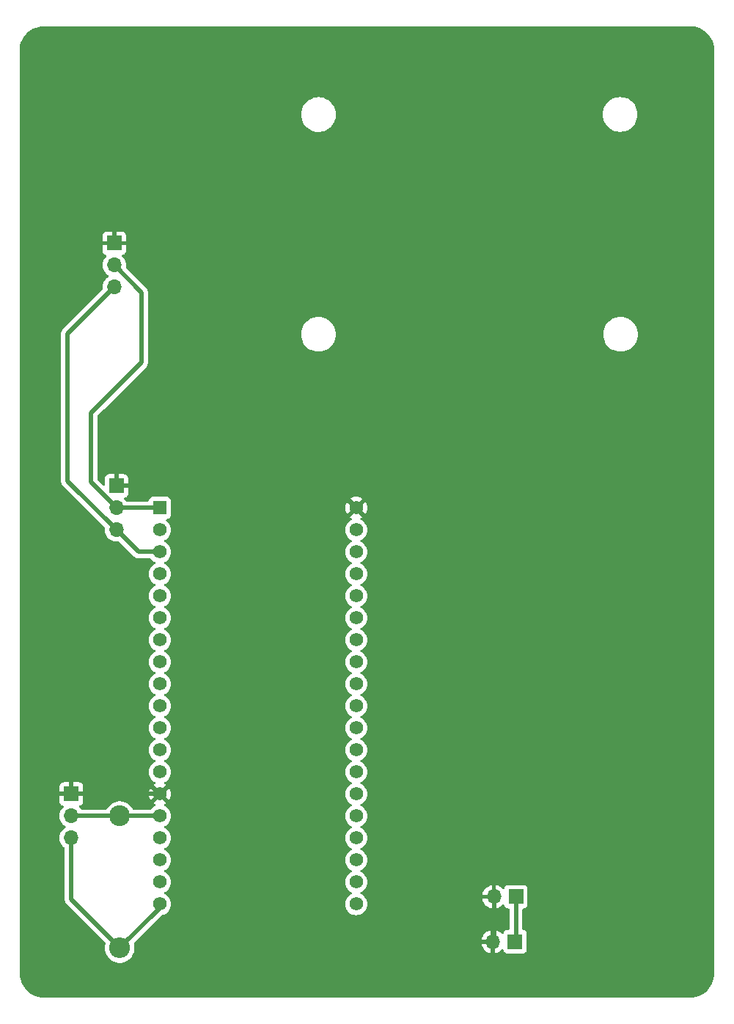
<source format=gbr>
%TF.GenerationSoftware,KiCad,Pcbnew,8.0.1*%
%TF.CreationDate,2024-04-10T08:00:08+05:30*%
%TF.ProjectId,AquaSense,41717561-5365-46e7-9365-2e6b69636164,V 1.0*%
%TF.SameCoordinates,Original*%
%TF.FileFunction,Copper,L1,Top*%
%TF.FilePolarity,Positive*%
%FSLAX46Y46*%
G04 Gerber Fmt 4.6, Leading zero omitted, Abs format (unit mm)*
G04 Created by KiCad (PCBNEW 8.0.1) date 2024-04-10 08:00:08*
%MOMM*%
%LPD*%
G01*
G04 APERTURE LIST*
%TA.AperFunction,ComponentPad*%
%ADD10R,1.700000X1.700000*%
%TD*%
%TA.AperFunction,ComponentPad*%
%ADD11O,1.700000X1.700000*%
%TD*%
%TA.AperFunction,ComponentPad*%
%ADD12R,1.560000X1.560000*%
%TD*%
%TA.AperFunction,ComponentPad*%
%ADD13C,1.560000*%
%TD*%
%TA.AperFunction,ComponentPad*%
%ADD14C,2.400000*%
%TD*%
%TA.AperFunction,ComponentPad*%
%ADD15O,2.400000X2.400000*%
%TD*%
%TA.AperFunction,Conductor*%
%ADD16C,0.500000*%
%TD*%
G04 APERTURE END LIST*
D10*
%TO.P,J5,1,Pin_1*%
%TO.N,gnd*%
X44072000Y-58005000D03*
D11*
%TO.P,J5,2,Pin_2*%
%TO.N,Net-(J1-Pin_2)*%
X44072000Y-60545000D03*
%TO.P,J5,3,Pin_3*%
%TO.N,Net-(J1-Pin_3)*%
X44072000Y-63085000D03*
%TD*%
D10*
%TO.P,J2,1,Pin_1*%
%TO.N,gnd*%
X39119000Y-121585000D03*
D11*
%TO.P,J2,2,Pin_2*%
%TO.N,Net-(J2-Pin_2)*%
X39119000Y-124125000D03*
%TO.P,J2,3,Pin_3*%
%TO.N,Net-(J2-Pin_3)*%
X39119000Y-126665000D03*
%TD*%
D12*
%TO.P,U1,J2-1,3V3*%
%TO.N,Net-(J1-Pin_2)*%
X49342000Y-88565000D03*
D13*
%TO.P,U1,J2-2,EN*%
%TO.N,unconnected-(U1-EN-PadJ2-2)*%
X49342000Y-91105000D03*
%TO.P,U1,J2-3,SENSOR_VP*%
%TO.N,Net-(J1-Pin_3)*%
X49342000Y-93645000D03*
%TO.P,U1,J2-4,SENSOR_VN*%
%TO.N,unconnected-(U1-SENSOR_VN-PadJ2-4)*%
X49342000Y-96185000D03*
%TO.P,U1,J2-5,IO34*%
%TO.N,unconnected-(U1-IO34-PadJ2-5)*%
X49342000Y-98725000D03*
%TO.P,U1,J2-6,IO35*%
%TO.N,unconnected-(U1-IO35-PadJ2-6)*%
X49342000Y-101265000D03*
%TO.P,U1,J2-7,IO32*%
%TO.N,unconnected-(U1-IO32-PadJ2-7)*%
X49342000Y-103805000D03*
%TO.P,U1,J2-8,IO33*%
%TO.N,unconnected-(U1-IO33-PadJ2-8)*%
X49342000Y-106345000D03*
%TO.P,U1,J2-9,IO25*%
%TO.N,unconnected-(U1-IO25-PadJ2-9)*%
X49342000Y-108885000D03*
%TO.P,U1,J2-10,IO26*%
%TO.N,unconnected-(U1-IO26-PadJ2-10)*%
X49342000Y-111425000D03*
%TO.P,U1,J2-11,IO27*%
%TO.N,unconnected-(U1-IO27-PadJ2-11)*%
X49342000Y-113965000D03*
%TO.P,U1,J2-12,IO14*%
%TO.N,unconnected-(U1-IO14-PadJ2-12)*%
X49342000Y-116505000D03*
%TO.P,U1,J2-13,IO12*%
%TO.N,unconnected-(U1-IO12-PadJ2-13)*%
X49342000Y-119045000D03*
%TO.P,U1,J2-14,GND1*%
%TO.N,gnd*%
X49342000Y-121585000D03*
%TO.P,U1,J2-15,IO13*%
%TO.N,Net-(J2-Pin_2)*%
X49342000Y-124125000D03*
%TO.P,U1,J2-16,SD2*%
%TO.N,unconnected-(U1-SD2-PadJ2-16)*%
X49342000Y-126665000D03*
%TO.P,U1,J2-17,SD3*%
%TO.N,unconnected-(U1-SD3-PadJ2-17)*%
X49342000Y-129205000D03*
%TO.P,U1,J2-18,CMD*%
%TO.N,unconnected-(U1-CMD-PadJ2-18)*%
X49342000Y-131745000D03*
%TO.P,U1,J2-19,EXT_5V*%
%TO.N,Net-(J2-Pin_3)*%
X49342000Y-134285000D03*
%TO.P,U1,J3-1,GND3*%
%TO.N,gnd*%
X72012000Y-88565000D03*
%TO.P,U1,J3-2,IO23*%
%TO.N,unconnected-(U1-IO23-PadJ3-2)*%
X72012000Y-91105000D03*
%TO.P,U1,J3-3,IO22*%
%TO.N,unconnected-(U1-IO22-PadJ3-3)*%
X72012000Y-93645000D03*
%TO.P,U1,J3-4,TXD0*%
%TO.N,unconnected-(U1-TXD0-PadJ3-4)*%
X72012000Y-96185000D03*
%TO.P,U1,J3-5,RXD0*%
%TO.N,unconnected-(U1-RXD0-PadJ3-5)*%
X72012000Y-98725000D03*
%TO.P,U1,J3-6,IO21*%
%TO.N,unconnected-(U1-IO21-PadJ3-6)*%
X72012000Y-101265000D03*
%TO.P,U1,J3-7,GND2*%
%TO.N,unconnected-(U1-GND2-PadJ3-7)*%
X72012000Y-103805000D03*
%TO.P,U1,J3-8,IO19*%
%TO.N,unconnected-(U1-IO19-PadJ3-8)*%
X72012000Y-106345000D03*
%TO.P,U1,J3-9,IO18*%
%TO.N,unconnected-(U1-IO18-PadJ3-9)*%
X72012000Y-108885000D03*
%TO.P,U1,J3-10,IO5*%
%TO.N,unconnected-(U1-IO5-PadJ3-10)*%
X72012000Y-111425000D03*
%TO.P,U1,J3-11,IO17*%
%TO.N,unconnected-(U1-IO17-PadJ3-11)*%
X72012000Y-113965000D03*
%TO.P,U1,J3-12,IO16*%
%TO.N,unconnected-(U1-IO16-PadJ3-12)*%
X72012000Y-116505000D03*
%TO.P,U1,J3-13,IO4*%
%TO.N,unconnected-(U1-IO4-PadJ3-13)*%
X72012000Y-119045000D03*
%TO.P,U1,J3-14,IO0*%
%TO.N,unconnected-(U1-IO0-PadJ3-14)*%
X72012000Y-121585000D03*
%TO.P,U1,J3-15,IO2*%
%TO.N,unconnected-(U1-IO2-PadJ3-15)*%
X72012000Y-124125000D03*
%TO.P,U1,J3-16,IO15*%
%TO.N,unconnected-(U1-IO15-PadJ3-16)*%
X72012000Y-126665000D03*
%TO.P,U1,J3-17,SD1*%
%TO.N,unconnected-(U1-SD1-PadJ3-17)*%
X72012000Y-129205000D03*
%TO.P,U1,J3-18,SD0*%
%TO.N,unconnected-(U1-SD0-PadJ3-18)*%
X72012000Y-131745000D03*
%TO.P,U1,J3-19,CLK*%
%TO.N,unconnected-(U1-CLK-PadJ3-19)*%
X72012000Y-134285000D03*
%TD*%
D10*
%TO.P,J4,1,Pin_1*%
%TO.N,vcc*%
X90358000Y-138622000D03*
D11*
%TO.P,J4,2,Pin_2*%
%TO.N,gnd*%
X87818000Y-138622000D03*
%TD*%
D10*
%TO.P,J3,1,Pin_1*%
%TO.N,vcc*%
X90448000Y-133442000D03*
D11*
%TO.P,J3,2,Pin_2*%
%TO.N,gnd*%
X87908000Y-133442000D03*
%TD*%
D14*
%TO.P,R1,1*%
%TO.N,Net-(J2-Pin_2)*%
X44707000Y-124125000D03*
D15*
%TO.P,R1,2*%
%TO.N,Net-(J2-Pin_3)*%
X44707000Y-139365000D03*
%TD*%
D10*
%TO.P,J1,1,Pin_1*%
%TO.N,gnd*%
X44326000Y-86025000D03*
D11*
%TO.P,J1,2,Pin_2*%
%TO.N,Net-(J1-Pin_2)*%
X44326000Y-88565000D03*
%TO.P,J1,3,Pin_3*%
%TO.N,Net-(J1-Pin_3)*%
X44326000Y-91105000D03*
%TD*%
D16*
%TO.N,Net-(J1-Pin_3)*%
X44072000Y-63085000D02*
X38702000Y-68455000D01*
X44326000Y-91105000D02*
X46866000Y-93645000D01*
X46866000Y-93645000D02*
X49342000Y-93645000D01*
X38702000Y-85481000D02*
X44326000Y-91105000D01*
X38702000Y-68455000D02*
X38702000Y-85481000D01*
%TO.N,Net-(J1-Pin_2)*%
X47222000Y-71755000D02*
X41352000Y-77625000D01*
X44326000Y-88565000D02*
X49342000Y-88565000D01*
X44072000Y-60545000D02*
X47222000Y-63695000D01*
X41352000Y-85591000D02*
X44326000Y-88565000D01*
X41352000Y-77625000D02*
X41352000Y-85591000D01*
X47222000Y-63695000D02*
X47222000Y-71755000D01*
%TO.N,Net-(J2-Pin_2)*%
X44707000Y-124125000D02*
X49342000Y-124125000D01*
X39119000Y-124125000D02*
X44707000Y-124125000D01*
%TO.N,Net-(J2-Pin_3)*%
X39119000Y-126665000D02*
X39119000Y-133777000D01*
X49342000Y-134730000D02*
X49342000Y-134285000D01*
X39119000Y-133777000D02*
X44707000Y-139365000D01*
X44707000Y-139365000D02*
X49342000Y-134730000D01*
%TO.N,vcc*%
X90448000Y-138532000D02*
X90358000Y-138622000D01*
X90448000Y-133442000D02*
X90448000Y-138532000D01*
%TO.N,gnd*%
X87908000Y-133442000D02*
X87908000Y-138532000D01*
X39119000Y-121585000D02*
X49342000Y-121585000D01*
X44326000Y-86025000D02*
X69472000Y-86025000D01*
X87908000Y-138532000D02*
X87818000Y-138622000D01*
X69472000Y-86025000D02*
X72012000Y-88565000D01*
%TD*%
%TA.AperFunction,Conductor*%
%TO.N,gnd*%
G36*
X110787690Y-32969322D02*
G01*
X110820715Y-32973652D01*
X111068251Y-33006113D01*
X111081664Y-33008631D01*
X111368256Y-33078991D01*
X111381325Y-33082975D01*
X111658425Y-33184468D01*
X111670970Y-33189865D01*
X111935207Y-33321256D01*
X111947075Y-33327998D01*
X112155832Y-33462334D01*
X112195220Y-33487681D01*
X112206295Y-33495704D01*
X112435349Y-33681745D01*
X112445473Y-33690940D01*
X112652638Y-33901066D01*
X112661688Y-33911320D01*
X112844452Y-34142982D01*
X112852318Y-34154170D01*
X113008461Y-34404555D01*
X113015047Y-34416542D01*
X113142663Y-34682594D01*
X113147889Y-34695232D01*
X113245431Y-34973724D01*
X113249233Y-34986861D01*
X113315511Y-35274392D01*
X113317844Y-35287869D01*
X113352056Y-35580965D01*
X113352890Y-35594616D01*
X113354349Y-35844170D01*
X113354048Y-35848993D01*
X113354048Y-35905817D01*
X113353897Y-35911931D01*
X113351407Y-35962350D01*
X113351654Y-35965369D01*
X113354048Y-35987809D01*
X113354048Y-142583979D01*
X113352337Y-142604505D01*
X113306193Y-142879415D01*
X113303121Y-142892998D01*
X113220477Y-143181855D01*
X113215900Y-143195007D01*
X113101397Y-143472757D01*
X113095375Y-143485313D01*
X112950448Y-143748477D01*
X112943057Y-143760278D01*
X112769534Y-144005539D01*
X112760865Y-144016438D01*
X112560936Y-144240696D01*
X112551100Y-144250553D01*
X112327297Y-144450972D01*
X112316418Y-144459665D01*
X112071544Y-144633732D01*
X112059759Y-144641150D01*
X111796915Y-144786663D01*
X111784372Y-144792713D01*
X111506870Y-144907836D01*
X111493739Y-144912438D01*
X111205069Y-144995724D01*
X111191494Y-144998826D01*
X110895316Y-145049218D01*
X110881477Y-145050779D01*
X110577822Y-145067851D01*
X110570862Y-145068047D01*
X110501070Y-145068047D01*
X110501054Y-145068048D01*
X35954981Y-145068048D01*
X35948028Y-145067853D01*
X35645002Y-145050835D01*
X35631184Y-145049278D01*
X35335407Y-144999023D01*
X35321851Y-144995929D01*
X35033559Y-144912874D01*
X35020433Y-144908281D01*
X34743256Y-144793471D01*
X34730728Y-144787438D01*
X34468146Y-144642313D01*
X34456372Y-144634915D01*
X34211684Y-144461301D01*
X34200822Y-144452639D01*
X33977111Y-144252717D01*
X33967281Y-144242887D01*
X33951053Y-144224728D01*
X33767358Y-144019175D01*
X33758698Y-144008315D01*
X33756728Y-144005539D01*
X33585084Y-143763627D01*
X33577686Y-143751853D01*
X33432561Y-143489271D01*
X33426531Y-143476750D01*
X33311717Y-143199565D01*
X33307125Y-143186440D01*
X33224070Y-142898148D01*
X33220976Y-142884592D01*
X33170720Y-142588807D01*
X33169165Y-142575006D01*
X33152147Y-142271972D01*
X33151952Y-142265019D01*
X33151952Y-126665000D01*
X37763341Y-126665000D01*
X37783936Y-126900403D01*
X37783938Y-126900413D01*
X37845094Y-127128655D01*
X37845096Y-127128659D01*
X37845097Y-127128663D01*
X37928582Y-127307696D01*
X37944965Y-127342830D01*
X37944967Y-127342834D01*
X38080501Y-127536395D01*
X38080506Y-127536402D01*
X38247595Y-127703492D01*
X38247598Y-127703494D01*
X38247599Y-127703495D01*
X38315623Y-127751125D01*
X38359248Y-127805701D01*
X38368500Y-127852700D01*
X38368500Y-133850918D01*
X38368500Y-133850920D01*
X38368499Y-133850920D01*
X38397340Y-133995907D01*
X38397343Y-133995917D01*
X38453912Y-134132488D01*
X38453918Y-134132499D01*
X38463637Y-134147043D01*
X38463639Y-134147048D01*
X38536046Y-134255414D01*
X38536052Y-134255421D01*
X43041204Y-138760571D01*
X43074689Y-138821894D01*
X43074414Y-138875844D01*
X43020777Y-139110842D01*
X43020777Y-139110844D01*
X43001732Y-139364995D01*
X43001732Y-139365004D01*
X43020777Y-139619154D01*
X43068797Y-139829544D01*
X43077492Y-139867637D01*
X43170607Y-140104888D01*
X43298041Y-140325612D01*
X43456950Y-140524877D01*
X43643783Y-140698232D01*
X43854366Y-140841805D01*
X43854371Y-140841807D01*
X43854372Y-140841808D01*
X43854373Y-140841809D01*
X43976328Y-140900538D01*
X44083992Y-140952387D01*
X44083993Y-140952387D01*
X44083996Y-140952389D01*
X44327542Y-141027513D01*
X44579565Y-141065500D01*
X44834435Y-141065500D01*
X45086458Y-141027513D01*
X45330004Y-140952389D01*
X45559634Y-140841805D01*
X45770217Y-140698232D01*
X45957050Y-140524877D01*
X46115959Y-140325612D01*
X46243393Y-140104888D01*
X46336508Y-139867637D01*
X46393222Y-139619157D01*
X46412268Y-139365000D01*
X46407365Y-139299578D01*
X46393222Y-139110845D01*
X46393221Y-139110842D01*
X46339585Y-138875844D01*
X46339821Y-138872000D01*
X86487364Y-138872000D01*
X86544567Y-139085486D01*
X86544570Y-139085492D01*
X86644399Y-139299578D01*
X86779894Y-139493082D01*
X86946917Y-139660105D01*
X87140421Y-139795600D01*
X87354507Y-139895429D01*
X87354516Y-139895433D01*
X87568000Y-139952634D01*
X87568000Y-139055012D01*
X87625007Y-139087925D01*
X87752174Y-139122000D01*
X87883826Y-139122000D01*
X88010993Y-139087925D01*
X88068000Y-139055012D01*
X88068000Y-139952633D01*
X88281483Y-139895433D01*
X88281492Y-139895429D01*
X88495578Y-139795600D01*
X88689078Y-139660108D01*
X88811133Y-139538053D01*
X88872456Y-139504568D01*
X88942148Y-139509552D01*
X88998082Y-139551423D01*
X89014997Y-139582401D01*
X89064202Y-139714328D01*
X89064206Y-139714335D01*
X89150452Y-139829544D01*
X89150455Y-139829547D01*
X89265664Y-139915793D01*
X89265671Y-139915797D01*
X89400517Y-139966091D01*
X89400516Y-139966091D01*
X89407444Y-139966835D01*
X89460127Y-139972500D01*
X91255872Y-139972499D01*
X91315483Y-139966091D01*
X91450331Y-139915796D01*
X91565546Y-139829546D01*
X91651796Y-139714331D01*
X91702091Y-139579483D01*
X91708500Y-139519873D01*
X91708499Y-137724128D01*
X91702091Y-137664517D01*
X91701002Y-137661598D01*
X91651797Y-137529671D01*
X91651793Y-137529664D01*
X91565547Y-137414455D01*
X91565544Y-137414452D01*
X91450335Y-137328206D01*
X91450328Y-137328202D01*
X91315482Y-137277908D01*
X91315484Y-137277908D01*
X91309244Y-137277238D01*
X91244693Y-137250500D01*
X91204845Y-137193107D01*
X91198500Y-137153949D01*
X91198500Y-134916499D01*
X91218185Y-134849460D01*
X91270989Y-134803705D01*
X91322500Y-134792499D01*
X91345871Y-134792499D01*
X91345872Y-134792499D01*
X91405483Y-134786091D01*
X91540331Y-134735796D01*
X91655546Y-134649546D01*
X91741796Y-134534331D01*
X91792091Y-134399483D01*
X91798500Y-134339873D01*
X91798499Y-132544128D01*
X91792091Y-132484517D01*
X91791002Y-132481598D01*
X91741797Y-132349671D01*
X91741793Y-132349664D01*
X91655547Y-132234455D01*
X91655544Y-132234452D01*
X91540335Y-132148206D01*
X91540328Y-132148202D01*
X91405482Y-132097908D01*
X91405483Y-132097908D01*
X91345883Y-132091501D01*
X91345881Y-132091500D01*
X91345873Y-132091500D01*
X91345864Y-132091500D01*
X89550129Y-132091500D01*
X89550123Y-132091501D01*
X89490516Y-132097908D01*
X89355671Y-132148202D01*
X89355664Y-132148206D01*
X89240455Y-132234452D01*
X89240452Y-132234455D01*
X89154206Y-132349664D01*
X89154202Y-132349671D01*
X89104997Y-132481598D01*
X89063126Y-132537532D01*
X88997661Y-132561949D01*
X88929388Y-132547097D01*
X88901134Y-132525946D01*
X88779082Y-132403894D01*
X88585578Y-132268399D01*
X88371492Y-132168570D01*
X88371486Y-132168567D01*
X88158000Y-132111364D01*
X88158000Y-133008988D01*
X88100993Y-132976075D01*
X87973826Y-132942000D01*
X87842174Y-132942000D01*
X87715007Y-132976075D01*
X87658000Y-133008988D01*
X87658000Y-132111364D01*
X87657999Y-132111364D01*
X87444513Y-132168567D01*
X87444507Y-132168570D01*
X87230422Y-132268399D01*
X87230420Y-132268400D01*
X87036926Y-132403886D01*
X87036920Y-132403891D01*
X86869891Y-132570920D01*
X86869886Y-132570926D01*
X86734400Y-132764420D01*
X86734399Y-132764422D01*
X86634570Y-132978507D01*
X86634567Y-132978513D01*
X86577364Y-133191999D01*
X86577364Y-133192000D01*
X87474988Y-133192000D01*
X87442075Y-133249007D01*
X87408000Y-133376174D01*
X87408000Y-133507826D01*
X87442075Y-133634993D01*
X87474988Y-133692000D01*
X86577364Y-133692000D01*
X86634567Y-133905486D01*
X86634570Y-133905492D01*
X86734399Y-134119578D01*
X86869894Y-134313082D01*
X87036917Y-134480105D01*
X87230421Y-134615600D01*
X87444507Y-134715429D01*
X87444516Y-134715433D01*
X87658000Y-134772634D01*
X87658000Y-133875012D01*
X87715007Y-133907925D01*
X87842174Y-133942000D01*
X87973826Y-133942000D01*
X88100993Y-133907925D01*
X88158000Y-133875012D01*
X88158000Y-134772633D01*
X88371483Y-134715433D01*
X88371492Y-134715429D01*
X88585578Y-134615600D01*
X88779078Y-134480108D01*
X88901133Y-134358053D01*
X88962456Y-134324568D01*
X89032148Y-134329552D01*
X89088082Y-134371423D01*
X89104997Y-134402401D01*
X89154202Y-134534328D01*
X89154206Y-134534335D01*
X89240452Y-134649544D01*
X89240455Y-134649547D01*
X89355664Y-134735793D01*
X89355671Y-134735797D01*
X89392457Y-134749517D01*
X89490517Y-134786091D01*
X89550127Y-134792500D01*
X89573497Y-134792499D01*
X89640536Y-134812181D01*
X89686292Y-134864983D01*
X89697500Y-134916499D01*
X89697500Y-137147500D01*
X89677815Y-137214539D01*
X89625011Y-137260294D01*
X89573501Y-137271500D01*
X89460130Y-137271500D01*
X89460123Y-137271501D01*
X89400516Y-137277908D01*
X89265671Y-137328202D01*
X89265664Y-137328206D01*
X89150455Y-137414452D01*
X89150452Y-137414455D01*
X89064206Y-137529664D01*
X89064202Y-137529671D01*
X89014997Y-137661598D01*
X88973126Y-137717532D01*
X88907661Y-137741949D01*
X88839388Y-137727097D01*
X88811134Y-137705946D01*
X88689082Y-137583894D01*
X88495578Y-137448399D01*
X88281492Y-137348570D01*
X88281486Y-137348567D01*
X88068000Y-137291364D01*
X88068000Y-138188988D01*
X88010993Y-138156075D01*
X87883826Y-138122000D01*
X87752174Y-138122000D01*
X87625007Y-138156075D01*
X87568000Y-138188988D01*
X87568000Y-137291364D01*
X87567999Y-137291364D01*
X87354513Y-137348567D01*
X87354507Y-137348570D01*
X87140422Y-137448399D01*
X87140420Y-137448400D01*
X86946926Y-137583886D01*
X86946920Y-137583891D01*
X86779891Y-137750920D01*
X86779886Y-137750926D01*
X86644400Y-137944420D01*
X86644399Y-137944422D01*
X86544570Y-138158507D01*
X86544567Y-138158513D01*
X86487364Y-138371999D01*
X86487364Y-138372000D01*
X87384988Y-138372000D01*
X87352075Y-138429007D01*
X87318000Y-138556174D01*
X87318000Y-138687826D01*
X87352075Y-138814993D01*
X87384988Y-138872000D01*
X86487364Y-138872000D01*
X46339821Y-138872000D01*
X46343858Y-138806106D01*
X46372793Y-138760573D01*
X49565343Y-135568023D01*
X49620926Y-135535932D01*
X49781630Y-135492872D01*
X49984696Y-135398181D01*
X50168233Y-135269667D01*
X50326667Y-135111233D01*
X50455181Y-134927696D01*
X50549872Y-134724630D01*
X50607863Y-134508206D01*
X50627391Y-134285001D01*
X70726609Y-134285001D01*
X70746136Y-134508200D01*
X70746137Y-134508208D01*
X70804126Y-134724625D01*
X70804127Y-134724627D01*
X70804128Y-134724630D01*
X70844954Y-134812181D01*
X70898819Y-134927696D01*
X70898821Y-134927700D01*
X71027329Y-135111228D01*
X71027334Y-135111234D01*
X71185765Y-135269665D01*
X71185771Y-135269670D01*
X71369299Y-135398178D01*
X71369301Y-135398179D01*
X71369304Y-135398181D01*
X71572370Y-135492872D01*
X71788794Y-135550863D01*
X71948226Y-135564811D01*
X72011998Y-135570391D01*
X72012000Y-135570391D01*
X72012002Y-135570391D01*
X72067801Y-135565509D01*
X72235206Y-135550863D01*
X72451630Y-135492872D01*
X72654696Y-135398181D01*
X72838233Y-135269667D01*
X72996667Y-135111233D01*
X73125181Y-134927696D01*
X73219872Y-134724630D01*
X73277863Y-134508206D01*
X73297391Y-134285000D01*
X73277863Y-134061794D01*
X73219872Y-133845370D01*
X73125181Y-133642305D01*
X72996667Y-133458767D01*
X72838233Y-133300333D01*
X72838229Y-133300330D01*
X72838228Y-133300329D01*
X72654700Y-133171821D01*
X72654692Y-133171817D01*
X72559400Y-133127382D01*
X72506960Y-133081210D01*
X72487808Y-133014017D01*
X72508023Y-132947135D01*
X72559400Y-132902618D01*
X72654696Y-132858181D01*
X72838233Y-132729667D01*
X72996667Y-132571233D01*
X73125181Y-132387696D01*
X73219872Y-132184630D01*
X73277863Y-131968206D01*
X73297391Y-131745000D01*
X73277863Y-131521794D01*
X73219872Y-131305370D01*
X73125181Y-131102305D01*
X72996667Y-130918767D01*
X72838233Y-130760333D01*
X72838229Y-130760330D01*
X72838228Y-130760329D01*
X72654700Y-130631821D01*
X72654692Y-130631817D01*
X72559400Y-130587382D01*
X72506960Y-130541210D01*
X72487808Y-130474017D01*
X72508023Y-130407135D01*
X72559400Y-130362618D01*
X72654696Y-130318181D01*
X72838233Y-130189667D01*
X72996667Y-130031233D01*
X73125181Y-129847696D01*
X73219872Y-129644630D01*
X73277863Y-129428206D01*
X73297391Y-129205000D01*
X73277863Y-128981794D01*
X73219872Y-128765370D01*
X73125181Y-128562305D01*
X72996667Y-128378767D01*
X72838233Y-128220333D01*
X72838229Y-128220330D01*
X72838228Y-128220329D01*
X72654700Y-128091821D01*
X72654692Y-128091817D01*
X72559400Y-128047382D01*
X72506960Y-128001210D01*
X72487808Y-127934017D01*
X72508023Y-127867135D01*
X72559400Y-127822618D01*
X72654696Y-127778181D01*
X72838233Y-127649667D01*
X72996667Y-127491233D01*
X73125181Y-127307696D01*
X73219872Y-127104630D01*
X73277863Y-126888206D01*
X73297391Y-126665000D01*
X73277863Y-126441794D01*
X73219872Y-126225370D01*
X73125181Y-126022305D01*
X72996667Y-125838767D01*
X72838233Y-125680333D01*
X72838229Y-125680330D01*
X72838228Y-125680329D01*
X72654700Y-125551821D01*
X72654692Y-125551817D01*
X72559400Y-125507382D01*
X72506960Y-125461210D01*
X72487808Y-125394017D01*
X72508023Y-125327135D01*
X72559400Y-125282618D01*
X72654696Y-125238181D01*
X72838233Y-125109667D01*
X72996667Y-124951233D01*
X73125181Y-124767696D01*
X73219872Y-124564630D01*
X73277863Y-124348206D01*
X73297391Y-124125000D01*
X73277863Y-123901794D01*
X73219872Y-123685370D01*
X73125181Y-123482305D01*
X72996667Y-123298767D01*
X72838233Y-123140333D01*
X72838229Y-123140330D01*
X72838228Y-123140329D01*
X72654700Y-123011821D01*
X72654692Y-123011817D01*
X72559400Y-122967382D01*
X72506960Y-122921210D01*
X72487808Y-122854017D01*
X72508023Y-122787135D01*
X72559400Y-122742618D01*
X72559994Y-122742341D01*
X72654696Y-122698181D01*
X72838233Y-122569667D01*
X72996667Y-122411233D01*
X73125181Y-122227696D01*
X73219872Y-122024630D01*
X73277863Y-121808206D01*
X73297391Y-121585000D01*
X73277863Y-121361794D01*
X73219872Y-121145370D01*
X73125181Y-120942305D01*
X72996667Y-120758767D01*
X72838233Y-120600333D01*
X72838229Y-120600330D01*
X72838228Y-120600329D01*
X72654700Y-120471821D01*
X72654692Y-120471817D01*
X72559400Y-120427382D01*
X72506960Y-120381210D01*
X72487808Y-120314017D01*
X72508023Y-120247135D01*
X72559400Y-120202618D01*
X72654696Y-120158181D01*
X72838233Y-120029667D01*
X72996667Y-119871233D01*
X73125181Y-119687696D01*
X73219872Y-119484630D01*
X73277863Y-119268206D01*
X73297391Y-119045000D01*
X73277863Y-118821794D01*
X73219872Y-118605370D01*
X73125181Y-118402305D01*
X72996667Y-118218767D01*
X72838233Y-118060333D01*
X72838229Y-118060330D01*
X72838228Y-118060329D01*
X72654700Y-117931821D01*
X72654692Y-117931817D01*
X72559400Y-117887382D01*
X72506960Y-117841210D01*
X72487808Y-117774017D01*
X72508023Y-117707135D01*
X72559400Y-117662618D01*
X72654696Y-117618181D01*
X72838233Y-117489667D01*
X72996667Y-117331233D01*
X73125181Y-117147696D01*
X73219872Y-116944630D01*
X73277863Y-116728206D01*
X73297391Y-116505000D01*
X73277863Y-116281794D01*
X73219872Y-116065370D01*
X73125181Y-115862305D01*
X72996667Y-115678767D01*
X72838233Y-115520333D01*
X72838229Y-115520330D01*
X72838228Y-115520329D01*
X72654700Y-115391821D01*
X72654692Y-115391817D01*
X72559400Y-115347382D01*
X72506960Y-115301210D01*
X72487808Y-115234017D01*
X72508023Y-115167135D01*
X72559400Y-115122618D01*
X72654696Y-115078181D01*
X72838233Y-114949667D01*
X72996667Y-114791233D01*
X73125181Y-114607696D01*
X73219872Y-114404630D01*
X73277863Y-114188206D01*
X73297391Y-113965000D01*
X73277863Y-113741794D01*
X73219872Y-113525370D01*
X73125181Y-113322305D01*
X72996667Y-113138767D01*
X72838233Y-112980333D01*
X72838229Y-112980330D01*
X72838228Y-112980329D01*
X72654700Y-112851821D01*
X72654692Y-112851817D01*
X72559400Y-112807382D01*
X72506960Y-112761210D01*
X72487808Y-112694017D01*
X72508023Y-112627135D01*
X72559400Y-112582618D01*
X72654696Y-112538181D01*
X72838233Y-112409667D01*
X72996667Y-112251233D01*
X73125181Y-112067696D01*
X73219872Y-111864630D01*
X73277863Y-111648206D01*
X73297391Y-111425000D01*
X73277863Y-111201794D01*
X73219872Y-110985370D01*
X73125181Y-110782305D01*
X72996667Y-110598767D01*
X72838233Y-110440333D01*
X72838229Y-110440330D01*
X72838228Y-110440329D01*
X72654700Y-110311821D01*
X72654692Y-110311817D01*
X72559400Y-110267382D01*
X72506960Y-110221210D01*
X72487808Y-110154017D01*
X72508023Y-110087135D01*
X72559400Y-110042618D01*
X72654696Y-109998181D01*
X72838233Y-109869667D01*
X72996667Y-109711233D01*
X73125181Y-109527696D01*
X73219872Y-109324630D01*
X73277863Y-109108206D01*
X73297391Y-108885000D01*
X73277863Y-108661794D01*
X73219872Y-108445370D01*
X73125181Y-108242305D01*
X72996667Y-108058767D01*
X72838233Y-107900333D01*
X72838229Y-107900330D01*
X72838228Y-107900329D01*
X72654700Y-107771821D01*
X72654692Y-107771817D01*
X72559400Y-107727382D01*
X72506960Y-107681210D01*
X72487808Y-107614017D01*
X72508023Y-107547135D01*
X72559400Y-107502618D01*
X72654696Y-107458181D01*
X72838233Y-107329667D01*
X72996667Y-107171233D01*
X73125181Y-106987696D01*
X73219872Y-106784630D01*
X73277863Y-106568206D01*
X73297391Y-106345000D01*
X73277863Y-106121794D01*
X73219872Y-105905370D01*
X73125181Y-105702305D01*
X72996667Y-105518767D01*
X72838233Y-105360333D01*
X72838229Y-105360330D01*
X72838228Y-105360329D01*
X72654700Y-105231821D01*
X72654692Y-105231817D01*
X72559400Y-105187382D01*
X72506960Y-105141210D01*
X72487808Y-105074017D01*
X72508023Y-105007135D01*
X72559400Y-104962618D01*
X72654696Y-104918181D01*
X72838233Y-104789667D01*
X72996667Y-104631233D01*
X73125181Y-104447696D01*
X73219872Y-104244630D01*
X73277863Y-104028206D01*
X73297391Y-103805000D01*
X73277863Y-103581794D01*
X73219872Y-103365370D01*
X73125181Y-103162305D01*
X72996667Y-102978767D01*
X72838233Y-102820333D01*
X72838229Y-102820330D01*
X72838228Y-102820329D01*
X72654700Y-102691821D01*
X72654692Y-102691817D01*
X72559400Y-102647382D01*
X72506960Y-102601210D01*
X72487808Y-102534017D01*
X72508023Y-102467135D01*
X72559400Y-102422618D01*
X72654696Y-102378181D01*
X72838233Y-102249667D01*
X72996667Y-102091233D01*
X73125181Y-101907696D01*
X73219872Y-101704630D01*
X73277863Y-101488206D01*
X73297391Y-101265000D01*
X73277863Y-101041794D01*
X73219872Y-100825370D01*
X73125181Y-100622305D01*
X72996667Y-100438767D01*
X72838233Y-100280333D01*
X72838229Y-100280330D01*
X72838228Y-100280329D01*
X72654700Y-100151821D01*
X72654692Y-100151817D01*
X72559400Y-100107382D01*
X72506960Y-100061210D01*
X72487808Y-99994017D01*
X72508023Y-99927135D01*
X72559400Y-99882618D01*
X72654696Y-99838181D01*
X72838233Y-99709667D01*
X72996667Y-99551233D01*
X73125181Y-99367696D01*
X73219872Y-99164630D01*
X73277863Y-98948206D01*
X73297391Y-98725000D01*
X73277863Y-98501794D01*
X73219872Y-98285370D01*
X73125181Y-98082305D01*
X72996667Y-97898767D01*
X72838233Y-97740333D01*
X72838229Y-97740330D01*
X72838228Y-97740329D01*
X72654700Y-97611821D01*
X72654692Y-97611817D01*
X72559400Y-97567382D01*
X72506960Y-97521210D01*
X72487808Y-97454017D01*
X72508023Y-97387135D01*
X72559400Y-97342618D01*
X72654696Y-97298181D01*
X72838233Y-97169667D01*
X72996667Y-97011233D01*
X73125181Y-96827696D01*
X73219872Y-96624630D01*
X73277863Y-96408206D01*
X73297391Y-96185000D01*
X73277863Y-95961794D01*
X73219872Y-95745370D01*
X73125181Y-95542305D01*
X72996667Y-95358767D01*
X72838233Y-95200333D01*
X72838229Y-95200330D01*
X72838228Y-95200329D01*
X72654700Y-95071821D01*
X72654692Y-95071817D01*
X72559400Y-95027382D01*
X72506960Y-94981210D01*
X72487808Y-94914017D01*
X72508023Y-94847135D01*
X72559400Y-94802618D01*
X72654696Y-94758181D01*
X72838233Y-94629667D01*
X72996667Y-94471233D01*
X73125181Y-94287696D01*
X73219872Y-94084630D01*
X73277863Y-93868206D01*
X73297391Y-93645000D01*
X73277863Y-93421794D01*
X73219872Y-93205370D01*
X73125181Y-93002305D01*
X72996667Y-92818767D01*
X72838233Y-92660333D01*
X72838229Y-92660330D01*
X72838228Y-92660329D01*
X72654700Y-92531821D01*
X72654692Y-92531817D01*
X72559400Y-92487382D01*
X72506960Y-92441210D01*
X72487808Y-92374017D01*
X72508023Y-92307135D01*
X72559400Y-92262618D01*
X72654696Y-92218181D01*
X72838233Y-92089667D01*
X72996667Y-91931233D01*
X73125181Y-91747696D01*
X73219872Y-91544630D01*
X73277863Y-91328206D01*
X73297391Y-91105000D01*
X73277863Y-90881794D01*
X73219872Y-90665370D01*
X73125181Y-90462305D01*
X72996667Y-90278767D01*
X72838233Y-90120333D01*
X72838229Y-90120330D01*
X72838228Y-90120329D01*
X72654700Y-89991821D01*
X72654696Y-89991819D01*
X72558807Y-89947105D01*
X72506369Y-89900934D01*
X72487217Y-89833740D01*
X72507433Y-89766859D01*
X72558809Y-89722341D01*
X72654450Y-89677743D01*
X72654451Y-89677742D01*
X72723112Y-89629665D01*
X72157739Y-89064292D01*
X72212712Y-89049563D01*
X72331287Y-88981104D01*
X72428104Y-88884287D01*
X72496563Y-88765712D01*
X72511292Y-88710739D01*
X73076665Y-89276112D01*
X73124742Y-89207451D01*
X73124746Y-89207445D01*
X73219399Y-89004459D01*
X73219403Y-89004450D01*
X73277367Y-88788124D01*
X73277369Y-88788113D01*
X73296889Y-88565002D01*
X73296889Y-88564997D01*
X73277369Y-88341886D01*
X73277367Y-88341875D01*
X73219403Y-88125549D01*
X73219399Y-88125540D01*
X73124747Y-87922557D01*
X73124746Y-87922555D01*
X73076664Y-87853887D01*
X73076664Y-87853886D01*
X72511292Y-88419259D01*
X72496563Y-88364288D01*
X72428104Y-88245713D01*
X72331287Y-88148896D01*
X72212712Y-88080437D01*
X72157740Y-88065707D01*
X72723112Y-87500334D01*
X72723112Y-87500333D01*
X72654445Y-87452253D01*
X72654443Y-87452252D01*
X72451459Y-87357600D01*
X72451450Y-87357596D01*
X72235124Y-87299632D01*
X72235113Y-87299630D01*
X72012002Y-87280111D01*
X72011998Y-87280111D01*
X71788886Y-87299630D01*
X71788875Y-87299632D01*
X71572549Y-87357596D01*
X71572540Y-87357600D01*
X71369556Y-87452253D01*
X71300887Y-87500334D01*
X71866260Y-88065707D01*
X71811288Y-88080437D01*
X71692713Y-88148896D01*
X71595896Y-88245713D01*
X71527437Y-88364288D01*
X71512707Y-88419260D01*
X70947334Y-87853887D01*
X70899253Y-87922556D01*
X70804600Y-88125540D01*
X70804596Y-88125549D01*
X70746632Y-88341875D01*
X70746630Y-88341886D01*
X70727111Y-88564997D01*
X70727111Y-88565002D01*
X70746630Y-88788113D01*
X70746632Y-88788124D01*
X70804596Y-89004450D01*
X70804600Y-89004459D01*
X70899252Y-89207443D01*
X70899253Y-89207445D01*
X70947334Y-89276112D01*
X71512707Y-88710739D01*
X71527437Y-88765712D01*
X71595896Y-88884287D01*
X71692713Y-88981104D01*
X71811288Y-89049563D01*
X71866259Y-89064292D01*
X71300886Y-89629664D01*
X71369556Y-89677747D01*
X71369558Y-89677748D01*
X71465190Y-89722342D01*
X71517630Y-89768514D01*
X71536782Y-89835707D01*
X71516567Y-89902588D01*
X71465191Y-89947106D01*
X71379389Y-89987117D01*
X71369303Y-89991820D01*
X71185764Y-90120334D01*
X71027334Y-90278764D01*
X70898819Y-90462304D01*
X70898818Y-90462306D01*
X70804129Y-90665368D01*
X70804126Y-90665374D01*
X70746137Y-90881791D01*
X70746136Y-90881799D01*
X70726609Y-91104998D01*
X70726609Y-91105001D01*
X70746136Y-91328200D01*
X70746137Y-91328208D01*
X70804126Y-91544625D01*
X70804127Y-91544627D01*
X70804128Y-91544630D01*
X70898819Y-91747696D01*
X70898821Y-91747700D01*
X71027329Y-91931228D01*
X71027334Y-91931234D01*
X71185765Y-92089665D01*
X71185771Y-92089670D01*
X71369299Y-92218178D01*
X71369301Y-92218179D01*
X71369304Y-92218181D01*
X71464600Y-92262618D01*
X71517039Y-92308790D01*
X71536191Y-92375984D01*
X71515975Y-92442865D01*
X71464600Y-92487382D01*
X71369306Y-92531818D01*
X71369304Y-92531819D01*
X71185764Y-92660334D01*
X71027334Y-92818764D01*
X70898819Y-93002304D01*
X70898818Y-93002306D01*
X70804129Y-93205368D01*
X70804126Y-93205374D01*
X70746137Y-93421791D01*
X70746136Y-93421799D01*
X70726609Y-93644998D01*
X70726609Y-93645001D01*
X70746136Y-93868200D01*
X70746137Y-93868208D01*
X70804126Y-94084625D01*
X70804127Y-94084627D01*
X70804128Y-94084630D01*
X70870960Y-94227951D01*
X70898819Y-94287696D01*
X70898821Y-94287700D01*
X71027329Y-94471228D01*
X71027334Y-94471234D01*
X71185765Y-94629665D01*
X71185771Y-94629670D01*
X71369299Y-94758178D01*
X71369301Y-94758179D01*
X71369304Y-94758181D01*
X71464600Y-94802618D01*
X71517039Y-94848790D01*
X71536191Y-94915984D01*
X71515975Y-94982865D01*
X71464600Y-95027382D01*
X71369306Y-95071818D01*
X71369304Y-95071819D01*
X71185764Y-95200334D01*
X71027334Y-95358764D01*
X70898819Y-95542304D01*
X70898818Y-95542306D01*
X70804129Y-95745368D01*
X70804126Y-95745374D01*
X70746137Y-95961791D01*
X70746136Y-95961799D01*
X70726609Y-96184998D01*
X70726609Y-96185001D01*
X70746136Y-96408200D01*
X70746137Y-96408208D01*
X70804126Y-96624625D01*
X70804127Y-96624627D01*
X70804128Y-96624630D01*
X70898819Y-96827696D01*
X70898821Y-96827700D01*
X71027329Y-97011228D01*
X71027334Y-97011234D01*
X71185765Y-97169665D01*
X71185771Y-97169670D01*
X71369299Y-97298178D01*
X71369301Y-97298179D01*
X71369304Y-97298181D01*
X71464600Y-97342618D01*
X71517039Y-97388790D01*
X71536191Y-97455984D01*
X71515975Y-97522865D01*
X71464600Y-97567382D01*
X71369306Y-97611818D01*
X71369304Y-97611819D01*
X71185764Y-97740334D01*
X71027334Y-97898764D01*
X70898819Y-98082304D01*
X70898818Y-98082306D01*
X70804129Y-98285368D01*
X70804126Y-98285374D01*
X70746137Y-98501791D01*
X70746136Y-98501799D01*
X70726609Y-98724998D01*
X70726609Y-98725001D01*
X70746136Y-98948200D01*
X70746137Y-98948208D01*
X70804126Y-99164625D01*
X70804127Y-99164627D01*
X70804128Y-99164630D01*
X70898819Y-99367696D01*
X70898821Y-99367700D01*
X71027329Y-99551228D01*
X71027334Y-99551234D01*
X71185765Y-99709665D01*
X71185771Y-99709670D01*
X71369299Y-99838178D01*
X71369301Y-99838179D01*
X71369304Y-99838181D01*
X71464600Y-99882618D01*
X71517039Y-99928790D01*
X71536191Y-99995984D01*
X71515975Y-100062865D01*
X71464600Y-100107382D01*
X71369306Y-100151818D01*
X71369304Y-100151819D01*
X71185764Y-100280334D01*
X71027334Y-100438764D01*
X70898819Y-100622304D01*
X70898818Y-100622306D01*
X70804129Y-100825368D01*
X70804126Y-100825374D01*
X70746137Y-101041791D01*
X70746136Y-101041799D01*
X70726609Y-101264998D01*
X70726609Y-101265001D01*
X70746136Y-101488200D01*
X70746137Y-101488208D01*
X70804126Y-101704625D01*
X70804127Y-101704627D01*
X70804128Y-101704630D01*
X70898819Y-101907696D01*
X70898821Y-101907700D01*
X71027329Y-102091228D01*
X71027334Y-102091234D01*
X71185765Y-102249665D01*
X71185771Y-102249670D01*
X71369299Y-102378178D01*
X71369301Y-102378179D01*
X71369304Y-102378181D01*
X71464600Y-102422618D01*
X71517039Y-102468790D01*
X71536191Y-102535984D01*
X71515975Y-102602865D01*
X71464600Y-102647382D01*
X71369306Y-102691818D01*
X71369304Y-102691819D01*
X71185764Y-102820334D01*
X71027334Y-102978764D01*
X70898819Y-103162304D01*
X70898818Y-103162306D01*
X70804129Y-103365368D01*
X70804126Y-103365374D01*
X70746137Y-103581791D01*
X70746136Y-103581799D01*
X70726609Y-103804998D01*
X70726609Y-103805001D01*
X70746136Y-104028200D01*
X70746137Y-104028208D01*
X70804126Y-104244625D01*
X70804127Y-104244627D01*
X70804128Y-104244630D01*
X70898819Y-104447696D01*
X70898821Y-104447700D01*
X71027329Y-104631228D01*
X71027334Y-104631234D01*
X71185765Y-104789665D01*
X71185771Y-104789670D01*
X71369299Y-104918178D01*
X71369301Y-104918179D01*
X71369304Y-104918181D01*
X71464600Y-104962618D01*
X71517039Y-105008790D01*
X71536191Y-105075984D01*
X71515975Y-105142865D01*
X71464600Y-105187382D01*
X71369306Y-105231818D01*
X71369304Y-105231819D01*
X71185764Y-105360334D01*
X71027334Y-105518764D01*
X70898819Y-105702304D01*
X70898818Y-105702306D01*
X70804129Y-105905368D01*
X70804126Y-105905374D01*
X70746137Y-106121791D01*
X70746136Y-106121799D01*
X70726609Y-106344998D01*
X70726609Y-106345001D01*
X70746136Y-106568200D01*
X70746137Y-106568208D01*
X70804126Y-106784625D01*
X70804127Y-106784627D01*
X70804128Y-106784630D01*
X70898819Y-106987696D01*
X70898821Y-106987700D01*
X71027329Y-107171228D01*
X71027334Y-107171234D01*
X71185765Y-107329665D01*
X71185771Y-107329670D01*
X71369299Y-107458178D01*
X71369301Y-107458179D01*
X71369304Y-107458181D01*
X71464600Y-107502618D01*
X71517039Y-107548790D01*
X71536191Y-107615984D01*
X71515975Y-107682865D01*
X71464600Y-107727382D01*
X71369306Y-107771818D01*
X71369304Y-107771819D01*
X71185764Y-107900334D01*
X71027334Y-108058764D01*
X70898819Y-108242304D01*
X70898818Y-108242306D01*
X70804129Y-108445368D01*
X70804126Y-108445374D01*
X70746137Y-108661791D01*
X70746136Y-108661799D01*
X70726609Y-108884998D01*
X70726609Y-108885001D01*
X70746136Y-109108200D01*
X70746137Y-109108208D01*
X70804126Y-109324625D01*
X70804127Y-109324627D01*
X70804128Y-109324630D01*
X70898819Y-109527696D01*
X70898821Y-109527700D01*
X71027329Y-109711228D01*
X71027334Y-109711234D01*
X71185765Y-109869665D01*
X71185771Y-109869670D01*
X71369299Y-109998178D01*
X71369301Y-109998179D01*
X71369304Y-109998181D01*
X71464600Y-110042618D01*
X71517039Y-110088790D01*
X71536191Y-110155984D01*
X71515975Y-110222865D01*
X71464600Y-110267382D01*
X71369306Y-110311818D01*
X71369304Y-110311819D01*
X71185764Y-110440334D01*
X71027334Y-110598764D01*
X70898819Y-110782304D01*
X70898818Y-110782306D01*
X70804129Y-110985368D01*
X70804126Y-110985374D01*
X70746137Y-111201791D01*
X70746136Y-111201799D01*
X70726609Y-111424998D01*
X70726609Y-111425001D01*
X70746136Y-111648200D01*
X70746137Y-111648208D01*
X70804126Y-111864625D01*
X70804127Y-111864627D01*
X70804128Y-111864630D01*
X70898819Y-112067696D01*
X70898821Y-112067700D01*
X71027329Y-112251228D01*
X71027334Y-112251234D01*
X71185765Y-112409665D01*
X71185771Y-112409670D01*
X71369299Y-112538178D01*
X71369301Y-112538179D01*
X71369304Y-112538181D01*
X71464600Y-112582618D01*
X71517039Y-112628790D01*
X71536191Y-112695984D01*
X71515975Y-112762865D01*
X71464600Y-112807382D01*
X71369306Y-112851818D01*
X71369304Y-112851819D01*
X71185764Y-112980334D01*
X71027334Y-113138764D01*
X70898819Y-113322304D01*
X70898818Y-113322306D01*
X70804129Y-113525368D01*
X70804126Y-113525374D01*
X70746137Y-113741791D01*
X70746136Y-113741799D01*
X70726609Y-113964998D01*
X70726609Y-113965001D01*
X70746136Y-114188200D01*
X70746137Y-114188208D01*
X70804126Y-114404625D01*
X70804127Y-114404627D01*
X70804128Y-114404630D01*
X70898819Y-114607696D01*
X70898821Y-114607700D01*
X71027329Y-114791228D01*
X71027334Y-114791234D01*
X71185765Y-114949665D01*
X71185771Y-114949670D01*
X71369299Y-115078178D01*
X71369301Y-115078179D01*
X71369304Y-115078181D01*
X71464600Y-115122618D01*
X71517039Y-115168790D01*
X71536191Y-115235984D01*
X71515975Y-115302865D01*
X71464600Y-115347382D01*
X71369306Y-115391818D01*
X71369304Y-115391819D01*
X71185764Y-115520334D01*
X71027334Y-115678764D01*
X70898819Y-115862304D01*
X70898818Y-115862306D01*
X70804129Y-116065368D01*
X70804126Y-116065374D01*
X70746137Y-116281791D01*
X70746136Y-116281799D01*
X70726609Y-116504998D01*
X70726609Y-116505001D01*
X70746136Y-116728200D01*
X70746137Y-116728208D01*
X70804126Y-116944625D01*
X70804127Y-116944627D01*
X70804128Y-116944630D01*
X70898819Y-117147696D01*
X70898821Y-117147700D01*
X71027329Y-117331228D01*
X71027334Y-117331234D01*
X71185765Y-117489665D01*
X71185771Y-117489670D01*
X71369299Y-117618178D01*
X71369301Y-117618179D01*
X71369304Y-117618181D01*
X71464600Y-117662618D01*
X71517039Y-117708790D01*
X71536191Y-117775984D01*
X71515975Y-117842865D01*
X71464600Y-117887382D01*
X71369306Y-117931818D01*
X71369304Y-117931819D01*
X71185764Y-118060334D01*
X71027334Y-118218764D01*
X70898819Y-118402304D01*
X70898818Y-118402306D01*
X70804129Y-118605368D01*
X70804126Y-118605374D01*
X70746137Y-118821791D01*
X70746136Y-118821799D01*
X70726609Y-119044998D01*
X70726609Y-119045001D01*
X70746136Y-119268200D01*
X70746137Y-119268208D01*
X70804126Y-119484625D01*
X70804127Y-119484627D01*
X70804128Y-119484630D01*
X70898819Y-119687696D01*
X70898821Y-119687700D01*
X71027329Y-119871228D01*
X71027334Y-119871234D01*
X71185765Y-120029665D01*
X71185771Y-120029670D01*
X71369299Y-120158178D01*
X71369301Y-120158179D01*
X71369304Y-120158181D01*
X71464600Y-120202618D01*
X71517039Y-120248790D01*
X71536191Y-120315984D01*
X71515975Y-120382865D01*
X71464600Y-120427382D01*
X71369306Y-120471818D01*
X71369304Y-120471819D01*
X71185764Y-120600334D01*
X71027334Y-120758764D01*
X70898819Y-120942304D01*
X70898818Y-120942306D01*
X70804129Y-121145368D01*
X70804126Y-121145374D01*
X70746137Y-121361791D01*
X70746136Y-121361799D01*
X70726609Y-121584998D01*
X70726609Y-121585001D01*
X70746136Y-121808200D01*
X70746137Y-121808208D01*
X70804126Y-122024625D01*
X70804127Y-122024627D01*
X70804128Y-122024630D01*
X70816390Y-122050925D01*
X70898819Y-122227696D01*
X70898821Y-122227700D01*
X71027329Y-122411228D01*
X71027334Y-122411234D01*
X71185765Y-122569665D01*
X71185771Y-122569670D01*
X71369299Y-122698178D01*
X71369301Y-122698179D01*
X71369304Y-122698181D01*
X71464006Y-122742341D01*
X71464600Y-122742618D01*
X71517039Y-122788790D01*
X71536191Y-122855984D01*
X71515975Y-122922865D01*
X71464600Y-122967382D01*
X71369306Y-123011818D01*
X71369304Y-123011819D01*
X71185764Y-123140334D01*
X71027334Y-123298764D01*
X70898819Y-123482304D01*
X70898818Y-123482306D01*
X70804129Y-123685368D01*
X70804126Y-123685374D01*
X70746137Y-123901791D01*
X70746136Y-123901799D01*
X70726609Y-124124998D01*
X70726609Y-124125001D01*
X70746136Y-124348200D01*
X70746137Y-124348208D01*
X70804126Y-124564625D01*
X70804127Y-124564627D01*
X70804128Y-124564630D01*
X70898819Y-124767696D01*
X70898821Y-124767700D01*
X71027329Y-124951228D01*
X71027334Y-124951234D01*
X71185765Y-125109665D01*
X71185771Y-125109670D01*
X71369299Y-125238178D01*
X71369301Y-125238179D01*
X71369304Y-125238181D01*
X71464600Y-125282618D01*
X71517039Y-125328790D01*
X71536191Y-125395984D01*
X71515975Y-125462865D01*
X71464600Y-125507382D01*
X71369306Y-125551818D01*
X71369304Y-125551819D01*
X71185764Y-125680334D01*
X71027334Y-125838764D01*
X70898819Y-126022304D01*
X70898818Y-126022306D01*
X70804129Y-126225368D01*
X70804126Y-126225374D01*
X70746137Y-126441791D01*
X70746136Y-126441799D01*
X70726609Y-126664998D01*
X70726609Y-126665001D01*
X70746136Y-126888200D01*
X70746137Y-126888208D01*
X70804126Y-127104625D01*
X70804127Y-127104627D01*
X70804128Y-127104630D01*
X70898819Y-127307696D01*
X70898821Y-127307700D01*
X71027329Y-127491228D01*
X71027334Y-127491234D01*
X71185765Y-127649665D01*
X71185771Y-127649670D01*
X71369299Y-127778178D01*
X71369301Y-127778179D01*
X71369304Y-127778181D01*
X71464600Y-127822618D01*
X71517039Y-127868790D01*
X71536191Y-127935984D01*
X71515975Y-128002865D01*
X71464600Y-128047382D01*
X71369306Y-128091818D01*
X71369304Y-128091819D01*
X71185764Y-128220334D01*
X71027334Y-128378764D01*
X70898819Y-128562304D01*
X70898818Y-128562306D01*
X70804129Y-128765368D01*
X70804126Y-128765374D01*
X70746137Y-128981791D01*
X70746136Y-128981799D01*
X70726609Y-129204998D01*
X70726609Y-129205001D01*
X70746136Y-129428200D01*
X70746137Y-129428208D01*
X70804126Y-129644625D01*
X70804127Y-129644627D01*
X70804128Y-129644630D01*
X70898819Y-129847696D01*
X70898821Y-129847700D01*
X71027329Y-130031228D01*
X71027334Y-130031234D01*
X71185765Y-130189665D01*
X71185771Y-130189670D01*
X71369299Y-130318178D01*
X71369301Y-130318179D01*
X71369304Y-130318181D01*
X71464600Y-130362618D01*
X71517039Y-130408790D01*
X71536191Y-130475984D01*
X71515975Y-130542865D01*
X71464600Y-130587382D01*
X71369306Y-130631818D01*
X71369304Y-130631819D01*
X71185764Y-130760334D01*
X71027334Y-130918764D01*
X70898819Y-131102304D01*
X70898818Y-131102306D01*
X70804129Y-131305368D01*
X70804126Y-131305374D01*
X70746137Y-131521791D01*
X70746136Y-131521799D01*
X70726609Y-131744998D01*
X70726609Y-131745001D01*
X70746136Y-131968200D01*
X70746137Y-131968208D01*
X70804126Y-132184625D01*
X70804127Y-132184627D01*
X70804128Y-132184630D01*
X70881087Y-132349669D01*
X70898819Y-132387696D01*
X70898821Y-132387700D01*
X71027329Y-132571228D01*
X71027334Y-132571234D01*
X71185765Y-132729665D01*
X71185771Y-132729670D01*
X71369299Y-132858178D01*
X71369301Y-132858179D01*
X71369304Y-132858181D01*
X71464600Y-132902618D01*
X71517039Y-132948790D01*
X71536191Y-133015984D01*
X71515975Y-133082865D01*
X71464600Y-133127382D01*
X71369306Y-133171818D01*
X71369304Y-133171819D01*
X71185764Y-133300334D01*
X71027334Y-133458764D01*
X70898819Y-133642304D01*
X70898818Y-133642306D01*
X70804129Y-133845368D01*
X70804126Y-133845374D01*
X70746137Y-134061791D01*
X70746136Y-134061799D01*
X70726609Y-134284998D01*
X70726609Y-134285001D01*
X50627391Y-134285001D01*
X50627391Y-134285000D01*
X50607863Y-134061794D01*
X50549872Y-133845370D01*
X50455181Y-133642305D01*
X50326667Y-133458767D01*
X50168233Y-133300333D01*
X50168229Y-133300330D01*
X50168228Y-133300329D01*
X49984700Y-133171821D01*
X49984692Y-133171817D01*
X49889400Y-133127382D01*
X49836960Y-133081210D01*
X49817808Y-133014017D01*
X49838023Y-132947135D01*
X49889400Y-132902618D01*
X49984696Y-132858181D01*
X50168233Y-132729667D01*
X50326667Y-132571233D01*
X50455181Y-132387696D01*
X50549872Y-132184630D01*
X50607863Y-131968206D01*
X50627391Y-131745000D01*
X50607863Y-131521794D01*
X50549872Y-131305370D01*
X50455181Y-131102305D01*
X50326667Y-130918767D01*
X50168233Y-130760333D01*
X50168229Y-130760330D01*
X50168228Y-130760329D01*
X49984700Y-130631821D01*
X49984692Y-130631817D01*
X49889400Y-130587382D01*
X49836960Y-130541210D01*
X49817808Y-130474017D01*
X49838023Y-130407135D01*
X49889400Y-130362618D01*
X49984696Y-130318181D01*
X50168233Y-130189667D01*
X50326667Y-130031233D01*
X50455181Y-129847696D01*
X50549872Y-129644630D01*
X50607863Y-129428206D01*
X50627391Y-129205000D01*
X50607863Y-128981794D01*
X50549872Y-128765370D01*
X50455181Y-128562305D01*
X50326667Y-128378767D01*
X50168233Y-128220333D01*
X50168229Y-128220330D01*
X50168228Y-128220329D01*
X49984700Y-128091821D01*
X49984692Y-128091817D01*
X49889400Y-128047382D01*
X49836960Y-128001210D01*
X49817808Y-127934017D01*
X49838023Y-127867135D01*
X49889400Y-127822618D01*
X49984696Y-127778181D01*
X50168233Y-127649667D01*
X50326667Y-127491233D01*
X50455181Y-127307696D01*
X50549872Y-127104630D01*
X50607863Y-126888206D01*
X50627391Y-126665000D01*
X50607863Y-126441794D01*
X50549872Y-126225370D01*
X50455181Y-126022305D01*
X50326667Y-125838767D01*
X50168233Y-125680333D01*
X50168229Y-125680330D01*
X50168228Y-125680329D01*
X49984700Y-125551821D01*
X49984692Y-125551817D01*
X49889400Y-125507382D01*
X49836960Y-125461210D01*
X49817808Y-125394017D01*
X49838023Y-125327135D01*
X49889400Y-125282618D01*
X49984696Y-125238181D01*
X50168233Y-125109667D01*
X50326667Y-124951233D01*
X50455181Y-124767696D01*
X50549872Y-124564630D01*
X50607863Y-124348206D01*
X50627391Y-124125000D01*
X50607863Y-123901794D01*
X50549872Y-123685370D01*
X50455181Y-123482305D01*
X50326667Y-123298767D01*
X50168233Y-123140333D01*
X50168229Y-123140330D01*
X50168228Y-123140329D01*
X49984700Y-123011821D01*
X49984696Y-123011819D01*
X49888808Y-122967106D01*
X49836369Y-122920934D01*
X49817217Y-122853740D01*
X49837433Y-122786859D01*
X49888809Y-122742341D01*
X49984450Y-122697743D01*
X49984451Y-122697742D01*
X50053112Y-122649665D01*
X49487739Y-122084292D01*
X49542712Y-122069563D01*
X49661287Y-122001104D01*
X49758104Y-121904287D01*
X49826563Y-121785712D01*
X49841292Y-121730739D01*
X50406665Y-122296112D01*
X50454742Y-122227451D01*
X50454746Y-122227445D01*
X50549399Y-122024459D01*
X50549403Y-122024450D01*
X50607367Y-121808124D01*
X50607369Y-121808113D01*
X50626889Y-121585002D01*
X50626889Y-121584997D01*
X50607369Y-121361886D01*
X50607367Y-121361875D01*
X50549403Y-121145549D01*
X50549399Y-121145540D01*
X50454747Y-120942557D01*
X50454746Y-120942555D01*
X50406664Y-120873887D01*
X50406664Y-120873886D01*
X49841292Y-121439259D01*
X49826563Y-121384288D01*
X49758104Y-121265713D01*
X49661287Y-121168896D01*
X49542712Y-121100437D01*
X49487740Y-121085707D01*
X50053112Y-120520334D01*
X50053112Y-120520333D01*
X49984445Y-120472253D01*
X49984443Y-120472252D01*
X49888808Y-120427657D01*
X49836369Y-120381485D01*
X49817217Y-120314291D01*
X49837433Y-120247410D01*
X49888804Y-120202895D01*
X49984696Y-120158181D01*
X50168233Y-120029667D01*
X50326667Y-119871233D01*
X50455181Y-119687696D01*
X50549872Y-119484630D01*
X50607863Y-119268206D01*
X50627391Y-119045000D01*
X50607863Y-118821794D01*
X50549872Y-118605370D01*
X50455181Y-118402305D01*
X50326667Y-118218767D01*
X50168233Y-118060333D01*
X50168229Y-118060330D01*
X50168228Y-118060329D01*
X49984700Y-117931821D01*
X49984692Y-117931817D01*
X49889400Y-117887382D01*
X49836960Y-117841210D01*
X49817808Y-117774017D01*
X49838023Y-117707135D01*
X49889400Y-117662618D01*
X49984696Y-117618181D01*
X50168233Y-117489667D01*
X50326667Y-117331233D01*
X50455181Y-117147696D01*
X50549872Y-116944630D01*
X50607863Y-116728206D01*
X50627391Y-116505000D01*
X50607863Y-116281794D01*
X50549872Y-116065370D01*
X50455181Y-115862305D01*
X50326667Y-115678767D01*
X50168233Y-115520333D01*
X50168229Y-115520330D01*
X50168228Y-115520329D01*
X49984700Y-115391821D01*
X49984692Y-115391817D01*
X49889400Y-115347382D01*
X49836960Y-115301210D01*
X49817808Y-115234017D01*
X49838023Y-115167135D01*
X49889400Y-115122618D01*
X49984696Y-115078181D01*
X50168233Y-114949667D01*
X50326667Y-114791233D01*
X50455181Y-114607696D01*
X50549872Y-114404630D01*
X50607863Y-114188206D01*
X50627391Y-113965000D01*
X50607863Y-113741794D01*
X50549872Y-113525370D01*
X50455181Y-113322305D01*
X50326667Y-113138767D01*
X50168233Y-112980333D01*
X50168229Y-112980330D01*
X50168228Y-112980329D01*
X49984700Y-112851821D01*
X49984692Y-112851817D01*
X49889400Y-112807382D01*
X49836960Y-112761210D01*
X49817808Y-112694017D01*
X49838023Y-112627135D01*
X49889400Y-112582618D01*
X49984696Y-112538181D01*
X50168233Y-112409667D01*
X50326667Y-112251233D01*
X50455181Y-112067696D01*
X50549872Y-111864630D01*
X50607863Y-111648206D01*
X50627391Y-111425000D01*
X50607863Y-111201794D01*
X50549872Y-110985370D01*
X50455181Y-110782305D01*
X50326667Y-110598767D01*
X50168233Y-110440333D01*
X50168229Y-110440330D01*
X50168228Y-110440329D01*
X49984700Y-110311821D01*
X49984692Y-110311817D01*
X49889400Y-110267382D01*
X49836960Y-110221210D01*
X49817808Y-110154017D01*
X49838023Y-110087135D01*
X49889400Y-110042618D01*
X49984696Y-109998181D01*
X50168233Y-109869667D01*
X50326667Y-109711233D01*
X50455181Y-109527696D01*
X50549872Y-109324630D01*
X50607863Y-109108206D01*
X50627391Y-108885000D01*
X50607863Y-108661794D01*
X50549872Y-108445370D01*
X50455181Y-108242305D01*
X50326667Y-108058767D01*
X50168233Y-107900333D01*
X50168229Y-107900330D01*
X50168228Y-107900329D01*
X49984700Y-107771821D01*
X49984692Y-107771817D01*
X49889400Y-107727382D01*
X49836960Y-107681210D01*
X49817808Y-107614017D01*
X49838023Y-107547135D01*
X49889400Y-107502618D01*
X49984696Y-107458181D01*
X50168233Y-107329667D01*
X50326667Y-107171233D01*
X50455181Y-106987696D01*
X50549872Y-106784630D01*
X50607863Y-106568206D01*
X50627391Y-106345000D01*
X50607863Y-106121794D01*
X50549872Y-105905370D01*
X50455181Y-105702305D01*
X50326667Y-105518767D01*
X50168233Y-105360333D01*
X50168229Y-105360330D01*
X50168228Y-105360329D01*
X49984700Y-105231821D01*
X49984692Y-105231817D01*
X49889400Y-105187382D01*
X49836960Y-105141210D01*
X49817808Y-105074017D01*
X49838023Y-105007135D01*
X49889400Y-104962618D01*
X49984696Y-104918181D01*
X50168233Y-104789667D01*
X50326667Y-104631233D01*
X50455181Y-104447696D01*
X50549872Y-104244630D01*
X50607863Y-104028206D01*
X50627391Y-103805000D01*
X50607863Y-103581794D01*
X50549872Y-103365370D01*
X50455181Y-103162305D01*
X50326667Y-102978767D01*
X50168233Y-102820333D01*
X50168229Y-102820330D01*
X50168228Y-102820329D01*
X49984700Y-102691821D01*
X49984692Y-102691817D01*
X49889400Y-102647382D01*
X49836960Y-102601210D01*
X49817808Y-102534017D01*
X49838023Y-102467135D01*
X49889400Y-102422618D01*
X49984696Y-102378181D01*
X50168233Y-102249667D01*
X50326667Y-102091233D01*
X50455181Y-101907696D01*
X50549872Y-101704630D01*
X50607863Y-101488206D01*
X50627391Y-101265000D01*
X50607863Y-101041794D01*
X50549872Y-100825370D01*
X50455181Y-100622305D01*
X50326667Y-100438767D01*
X50168233Y-100280333D01*
X50168229Y-100280330D01*
X50168228Y-100280329D01*
X49984700Y-100151821D01*
X49984692Y-100151817D01*
X49889400Y-100107382D01*
X49836960Y-100061210D01*
X49817808Y-99994017D01*
X49838023Y-99927135D01*
X49889400Y-99882618D01*
X49984696Y-99838181D01*
X50168233Y-99709667D01*
X50326667Y-99551233D01*
X50455181Y-99367696D01*
X50549872Y-99164630D01*
X50607863Y-98948206D01*
X50627391Y-98725000D01*
X50607863Y-98501794D01*
X50549872Y-98285370D01*
X50455181Y-98082305D01*
X50326667Y-97898767D01*
X50168233Y-97740333D01*
X50168229Y-97740330D01*
X50168228Y-97740329D01*
X49984700Y-97611821D01*
X49984692Y-97611817D01*
X49889400Y-97567382D01*
X49836960Y-97521210D01*
X49817808Y-97454017D01*
X49838023Y-97387135D01*
X49889400Y-97342618D01*
X49984696Y-97298181D01*
X50168233Y-97169667D01*
X50326667Y-97011233D01*
X50455181Y-96827696D01*
X50549872Y-96624630D01*
X50607863Y-96408206D01*
X50627391Y-96185000D01*
X50607863Y-95961794D01*
X50549872Y-95745370D01*
X50455181Y-95542305D01*
X50326667Y-95358767D01*
X50168233Y-95200333D01*
X50168229Y-95200330D01*
X50168228Y-95200329D01*
X49984700Y-95071821D01*
X49984692Y-95071817D01*
X49889400Y-95027382D01*
X49836960Y-94981210D01*
X49817808Y-94914017D01*
X49838023Y-94847135D01*
X49889400Y-94802618D01*
X49984696Y-94758181D01*
X50168233Y-94629667D01*
X50326667Y-94471233D01*
X50455181Y-94287696D01*
X50549872Y-94084630D01*
X50607863Y-93868206D01*
X50627391Y-93645000D01*
X50607863Y-93421794D01*
X50549872Y-93205370D01*
X50455181Y-93002305D01*
X50326667Y-92818767D01*
X50168233Y-92660333D01*
X50168229Y-92660330D01*
X50168228Y-92660329D01*
X49984700Y-92531821D01*
X49984692Y-92531817D01*
X49889400Y-92487382D01*
X49836960Y-92441210D01*
X49817808Y-92374017D01*
X49838023Y-92307135D01*
X49889400Y-92262618D01*
X49984696Y-92218181D01*
X50168233Y-92089667D01*
X50326667Y-91931233D01*
X50455181Y-91747696D01*
X50549872Y-91544630D01*
X50607863Y-91328206D01*
X50627391Y-91105000D01*
X50607863Y-90881794D01*
X50549872Y-90665370D01*
X50455181Y-90462305D01*
X50326667Y-90278767D01*
X50168233Y-90120333D01*
X50168229Y-90120330D01*
X50168228Y-90120329D01*
X50097884Y-90071074D01*
X50054259Y-90016497D01*
X50047065Y-89946999D01*
X50078588Y-89884644D01*
X50138817Y-89849230D01*
X50166570Y-89845800D01*
X50166564Y-89845676D01*
X50168347Y-89845580D01*
X50169007Y-89845499D01*
X50169871Y-89845499D01*
X50169872Y-89845499D01*
X50229483Y-89839091D01*
X50364331Y-89788796D01*
X50479546Y-89702546D01*
X50565796Y-89587331D01*
X50616091Y-89452483D01*
X50622500Y-89392873D01*
X50622499Y-87737128D01*
X50616091Y-87677517D01*
X50576469Y-87571286D01*
X50565797Y-87542671D01*
X50565793Y-87542664D01*
X50479547Y-87427455D01*
X50479544Y-87427452D01*
X50364335Y-87341206D01*
X50364328Y-87341202D01*
X50229482Y-87290908D01*
X50229483Y-87290908D01*
X50169883Y-87284501D01*
X50169881Y-87284500D01*
X50169873Y-87284500D01*
X50169864Y-87284500D01*
X48514129Y-87284500D01*
X48514123Y-87284501D01*
X48454516Y-87290908D01*
X48319671Y-87341202D01*
X48319664Y-87341206D01*
X48204455Y-87427452D01*
X48204452Y-87427455D01*
X48118206Y-87542664D01*
X48118202Y-87542671D01*
X48067910Y-87677513D01*
X48067909Y-87677517D01*
X48065087Y-87703758D01*
X48038351Y-87768306D01*
X47980959Y-87808154D01*
X47941799Y-87814500D01*
X45513701Y-87814500D01*
X45446662Y-87794815D01*
X45412126Y-87761623D01*
X45364496Y-87693600D01*
X45348409Y-87677513D01*
X45242179Y-87571283D01*
X45208696Y-87509963D01*
X45213680Y-87440271D01*
X45255551Y-87384337D01*
X45286529Y-87367422D01*
X45418086Y-87318354D01*
X45418093Y-87318350D01*
X45533187Y-87232190D01*
X45533190Y-87232187D01*
X45619350Y-87117093D01*
X45619354Y-87117086D01*
X45669596Y-86982379D01*
X45669598Y-86982372D01*
X45675999Y-86922844D01*
X45676000Y-86922827D01*
X45676000Y-86275000D01*
X44759012Y-86275000D01*
X44791925Y-86217993D01*
X44826000Y-86090826D01*
X44826000Y-85959174D01*
X44791925Y-85832007D01*
X44759012Y-85775000D01*
X45676000Y-85775000D01*
X45676000Y-85127172D01*
X45675999Y-85127155D01*
X45669598Y-85067627D01*
X45669596Y-85067620D01*
X45619354Y-84932913D01*
X45619350Y-84932906D01*
X45533190Y-84817812D01*
X45533187Y-84817809D01*
X45418093Y-84731649D01*
X45418086Y-84731645D01*
X45283379Y-84681403D01*
X45283372Y-84681401D01*
X45223844Y-84675000D01*
X44576000Y-84675000D01*
X44576000Y-85591988D01*
X44518993Y-85559075D01*
X44391826Y-85525000D01*
X44260174Y-85525000D01*
X44133007Y-85559075D01*
X44076000Y-85591988D01*
X44076000Y-84675000D01*
X43428155Y-84675000D01*
X43368627Y-84681401D01*
X43368620Y-84681403D01*
X43233913Y-84731645D01*
X43233906Y-84731649D01*
X43118812Y-84817809D01*
X43118809Y-84817812D01*
X43032649Y-84932906D01*
X43032645Y-84932913D01*
X42982403Y-85067620D01*
X42982401Y-85067627D01*
X42976000Y-85127155D01*
X42976000Y-85854270D01*
X42956315Y-85921309D01*
X42903511Y-85967064D01*
X42834353Y-85977008D01*
X42770797Y-85947983D01*
X42764319Y-85941951D01*
X42138819Y-85316451D01*
X42105334Y-85255128D01*
X42102500Y-85228770D01*
X42102500Y-77987229D01*
X42122185Y-77920190D01*
X42138819Y-77899548D01*
X42891787Y-77146580D01*
X47804952Y-72233415D01*
X47832205Y-72192627D01*
X47887084Y-72110495D01*
X47910518Y-72053920D01*
X47943659Y-71973912D01*
X47972500Y-71828917D01*
X47972500Y-71681082D01*
X47972500Y-68525001D01*
X65646390Y-68525001D01*
X65666804Y-68810433D01*
X65727628Y-69090037D01*
X65827635Y-69358166D01*
X65964770Y-69609309D01*
X65964775Y-69609317D01*
X66136254Y-69838387D01*
X66136270Y-69838405D01*
X66338594Y-70040729D01*
X66338612Y-70040745D01*
X66567682Y-70212224D01*
X66567690Y-70212229D01*
X66818833Y-70349364D01*
X66818832Y-70349364D01*
X66818836Y-70349365D01*
X66818839Y-70349367D01*
X67086954Y-70449369D01*
X67086960Y-70449370D01*
X67086962Y-70449371D01*
X67366566Y-70510195D01*
X67366568Y-70510195D01*
X67366572Y-70510196D01*
X67620220Y-70528337D01*
X67651999Y-70530610D01*
X67652000Y-70530610D01*
X67652001Y-70530610D01*
X67680595Y-70528564D01*
X67937428Y-70510196D01*
X68217046Y-70449369D01*
X68485161Y-70349367D01*
X68736315Y-70212226D01*
X68965395Y-70040739D01*
X69167739Y-69838395D01*
X69339226Y-69609315D01*
X69476367Y-69358161D01*
X69576369Y-69090046D01*
X69637196Y-68810428D01*
X69657610Y-68525001D01*
X100526390Y-68525001D01*
X100546804Y-68810433D01*
X100607628Y-69090037D01*
X100707635Y-69358166D01*
X100844770Y-69609309D01*
X100844775Y-69609317D01*
X101016254Y-69838387D01*
X101016270Y-69838405D01*
X101218594Y-70040729D01*
X101218612Y-70040745D01*
X101447682Y-70212224D01*
X101447690Y-70212229D01*
X101698833Y-70349364D01*
X101698832Y-70349364D01*
X101698836Y-70349365D01*
X101698839Y-70349367D01*
X101966954Y-70449369D01*
X101966960Y-70449370D01*
X101966962Y-70449371D01*
X102246566Y-70510195D01*
X102246568Y-70510195D01*
X102246572Y-70510196D01*
X102500220Y-70528337D01*
X102531999Y-70530610D01*
X102532000Y-70530610D01*
X102532001Y-70530610D01*
X102560595Y-70528564D01*
X102817428Y-70510196D01*
X103097046Y-70449369D01*
X103365161Y-70349367D01*
X103616315Y-70212226D01*
X103845395Y-70040739D01*
X104047739Y-69838395D01*
X104219226Y-69609315D01*
X104356367Y-69358161D01*
X104456369Y-69090046D01*
X104517196Y-68810428D01*
X104537610Y-68525000D01*
X104517196Y-68239572D01*
X104486726Y-68099505D01*
X104456371Y-67959962D01*
X104456370Y-67959960D01*
X104456369Y-67959954D01*
X104356367Y-67691839D01*
X104276025Y-67544705D01*
X104219229Y-67440690D01*
X104219224Y-67440682D01*
X104047745Y-67211612D01*
X104047729Y-67211594D01*
X103845405Y-67009270D01*
X103845387Y-67009254D01*
X103616317Y-66837775D01*
X103616309Y-66837770D01*
X103365166Y-66700635D01*
X103365167Y-66700635D01*
X103257915Y-66660632D01*
X103097046Y-66600631D01*
X103097043Y-66600630D01*
X103097037Y-66600628D01*
X102817433Y-66539804D01*
X102532001Y-66519390D01*
X102531999Y-66519390D01*
X102246566Y-66539804D01*
X101966962Y-66600628D01*
X101698833Y-66700635D01*
X101447690Y-66837770D01*
X101447682Y-66837775D01*
X101218612Y-67009254D01*
X101218594Y-67009270D01*
X101016270Y-67211594D01*
X101016254Y-67211612D01*
X100844775Y-67440682D01*
X100844770Y-67440690D01*
X100707635Y-67691833D01*
X100607628Y-67959962D01*
X100546804Y-68239566D01*
X100526390Y-68524998D01*
X100526390Y-68525001D01*
X69657610Y-68525001D01*
X69657610Y-68525000D01*
X69637196Y-68239572D01*
X69606726Y-68099505D01*
X69576371Y-67959962D01*
X69576370Y-67959960D01*
X69576369Y-67959954D01*
X69476367Y-67691839D01*
X69396025Y-67544705D01*
X69339229Y-67440690D01*
X69339224Y-67440682D01*
X69167745Y-67211612D01*
X69167729Y-67211594D01*
X68965405Y-67009270D01*
X68965387Y-67009254D01*
X68736317Y-66837775D01*
X68736309Y-66837770D01*
X68485166Y-66700635D01*
X68485167Y-66700635D01*
X68377915Y-66660632D01*
X68217046Y-66600631D01*
X68217043Y-66600630D01*
X68217037Y-66600628D01*
X67937433Y-66539804D01*
X67652001Y-66519390D01*
X67651999Y-66519390D01*
X67366566Y-66539804D01*
X67086962Y-66600628D01*
X66818833Y-66700635D01*
X66567690Y-66837770D01*
X66567682Y-66837775D01*
X66338612Y-67009254D01*
X66338594Y-67009270D01*
X66136270Y-67211594D01*
X66136254Y-67211612D01*
X65964775Y-67440682D01*
X65964770Y-67440690D01*
X65827635Y-67691833D01*
X65727628Y-67959962D01*
X65666804Y-68239566D01*
X65646390Y-68524998D01*
X65646390Y-68525001D01*
X47972500Y-68525001D01*
X47972500Y-63621082D01*
X47958095Y-63548663D01*
X47943659Y-63476088D01*
X47910518Y-63396080D01*
X47898271Y-63366512D01*
X47887087Y-63339511D01*
X47887079Y-63339496D01*
X47854187Y-63290271D01*
X47854185Y-63290268D01*
X47804956Y-63216589D01*
X47804952Y-63216584D01*
X45444869Y-60856501D01*
X45411384Y-60795178D01*
X45409022Y-60758012D01*
X45427659Y-60545000D01*
X45427659Y-60544999D01*
X45407063Y-60309596D01*
X45407063Y-60309592D01*
X45345903Y-60081337D01*
X45246035Y-59867171D01*
X45110495Y-59673599D01*
X44988179Y-59551283D01*
X44954696Y-59489963D01*
X44959680Y-59420271D01*
X45001551Y-59364337D01*
X45032529Y-59347422D01*
X45164086Y-59298354D01*
X45164093Y-59298350D01*
X45279187Y-59212190D01*
X45279190Y-59212187D01*
X45365350Y-59097093D01*
X45365354Y-59097086D01*
X45415596Y-58962379D01*
X45415598Y-58962372D01*
X45421999Y-58902844D01*
X45422000Y-58902827D01*
X45422000Y-58255000D01*
X44505012Y-58255000D01*
X44537925Y-58197993D01*
X44572000Y-58070826D01*
X44572000Y-57939174D01*
X44537925Y-57812007D01*
X44505012Y-57755000D01*
X45422000Y-57755000D01*
X45422000Y-57107172D01*
X45421999Y-57107155D01*
X45415598Y-57047627D01*
X45415596Y-57047620D01*
X45365354Y-56912913D01*
X45365350Y-56912906D01*
X45279190Y-56797812D01*
X45279187Y-56797809D01*
X45164093Y-56711649D01*
X45164086Y-56711645D01*
X45029379Y-56661403D01*
X45029372Y-56661401D01*
X44969844Y-56655000D01*
X44322000Y-56655000D01*
X44322000Y-57571988D01*
X44264993Y-57539075D01*
X44137826Y-57505000D01*
X44006174Y-57505000D01*
X43879007Y-57539075D01*
X43822000Y-57571988D01*
X43822000Y-56655000D01*
X43174155Y-56655000D01*
X43114627Y-56661401D01*
X43114620Y-56661403D01*
X42979913Y-56711645D01*
X42979906Y-56711649D01*
X42864812Y-56797809D01*
X42864809Y-56797812D01*
X42778649Y-56912906D01*
X42778645Y-56912913D01*
X42728403Y-57047620D01*
X42728401Y-57047627D01*
X42722000Y-57107155D01*
X42722000Y-57755000D01*
X43638988Y-57755000D01*
X43606075Y-57812007D01*
X43572000Y-57939174D01*
X43572000Y-58070826D01*
X43606075Y-58197993D01*
X43638988Y-58255000D01*
X42722000Y-58255000D01*
X42722000Y-58902844D01*
X42728401Y-58962372D01*
X42728403Y-58962379D01*
X42778645Y-59097086D01*
X42778649Y-59097093D01*
X42864809Y-59212187D01*
X42864812Y-59212190D01*
X42979906Y-59298350D01*
X42979913Y-59298354D01*
X43111470Y-59347421D01*
X43167403Y-59389292D01*
X43191821Y-59454756D01*
X43176970Y-59523029D01*
X43155819Y-59551284D01*
X43033503Y-59673600D01*
X42897965Y-59867169D01*
X42897964Y-59867171D01*
X42798098Y-60081335D01*
X42798094Y-60081344D01*
X42736938Y-60309586D01*
X42736936Y-60309596D01*
X42716341Y-60544999D01*
X42716341Y-60545000D01*
X42736936Y-60780403D01*
X42736938Y-60780413D01*
X42798094Y-61008655D01*
X42798096Y-61008659D01*
X42798097Y-61008663D01*
X42897965Y-61222830D01*
X42897967Y-61222834D01*
X43033501Y-61416395D01*
X43033506Y-61416402D01*
X43200597Y-61583493D01*
X43200603Y-61583498D01*
X43386158Y-61713425D01*
X43429783Y-61768002D01*
X43436977Y-61837500D01*
X43405454Y-61899855D01*
X43386158Y-61916575D01*
X43200597Y-62046505D01*
X43033505Y-62213597D01*
X42897965Y-62407169D01*
X42897964Y-62407171D01*
X42798098Y-62621335D01*
X42798094Y-62621344D01*
X42736938Y-62849586D01*
X42736936Y-62849596D01*
X42716341Y-63084999D01*
X42716341Y-63085001D01*
X42734977Y-63298012D01*
X42721210Y-63366512D01*
X42699130Y-63396500D01*
X38119050Y-67976580D01*
X38119044Y-67976588D01*
X38069812Y-68050268D01*
X38069813Y-68050269D01*
X38036921Y-68099496D01*
X38036914Y-68099508D01*
X37980342Y-68236086D01*
X37980340Y-68236092D01*
X37951500Y-68381079D01*
X37951500Y-68381082D01*
X37951500Y-85554918D01*
X37951500Y-85554920D01*
X37951499Y-85554920D01*
X37980340Y-85699907D01*
X37980343Y-85699917D01*
X38036914Y-85836492D01*
X38069812Y-85885727D01*
X38069813Y-85885730D01*
X38119046Y-85959414D01*
X38119050Y-85959419D01*
X42953130Y-90793498D01*
X42986615Y-90854821D01*
X42988977Y-90891986D01*
X42970341Y-91104997D01*
X42970341Y-91105000D01*
X42990936Y-91340403D01*
X42990938Y-91340413D01*
X43052094Y-91568655D01*
X43052096Y-91568659D01*
X43052097Y-91568663D01*
X43135582Y-91747696D01*
X43151965Y-91782830D01*
X43151967Y-91782834D01*
X43255874Y-91931228D01*
X43287505Y-91976401D01*
X43454599Y-92143495D01*
X43551384Y-92211265D01*
X43648165Y-92279032D01*
X43648167Y-92279033D01*
X43648170Y-92279035D01*
X43862337Y-92378903D01*
X44090592Y-92440063D01*
X44278918Y-92456539D01*
X44325999Y-92460659D01*
X44326000Y-92460659D01*
X44326001Y-92460659D01*
X44361284Y-92457571D01*
X44539013Y-92442022D01*
X44607512Y-92455788D01*
X44637501Y-92477869D01*
X46283048Y-94123415D01*
X46283049Y-94123416D01*
X46387584Y-94227951D01*
X46387585Y-94227952D01*
X46510498Y-94310080D01*
X46510511Y-94310087D01*
X46647082Y-94366656D01*
X46647087Y-94366658D01*
X46647091Y-94366658D01*
X46647092Y-94366659D01*
X46792079Y-94395500D01*
X46792082Y-94395500D01*
X48239754Y-94395500D01*
X48306793Y-94415185D01*
X48341326Y-94448373D01*
X48357333Y-94471233D01*
X48357334Y-94471234D01*
X48357335Y-94471235D01*
X48515765Y-94629665D01*
X48515771Y-94629670D01*
X48699299Y-94758178D01*
X48699301Y-94758179D01*
X48699304Y-94758181D01*
X48794600Y-94802618D01*
X48847039Y-94848790D01*
X48866191Y-94915984D01*
X48845975Y-94982865D01*
X48794600Y-95027382D01*
X48699306Y-95071818D01*
X48699304Y-95071819D01*
X48515764Y-95200334D01*
X48357334Y-95358764D01*
X48228819Y-95542304D01*
X48228818Y-95542306D01*
X48134129Y-95745368D01*
X48134126Y-95745374D01*
X48076137Y-95961791D01*
X48076136Y-95961799D01*
X48056609Y-96184998D01*
X48056609Y-96185001D01*
X48076136Y-96408200D01*
X48076137Y-96408208D01*
X48134126Y-96624625D01*
X48134127Y-96624627D01*
X48134128Y-96624630D01*
X48228819Y-96827696D01*
X48228821Y-96827700D01*
X48357329Y-97011228D01*
X48357334Y-97011234D01*
X48515765Y-97169665D01*
X48515771Y-97169670D01*
X48699299Y-97298178D01*
X48699301Y-97298179D01*
X48699304Y-97298181D01*
X48794600Y-97342618D01*
X48847039Y-97388790D01*
X48866191Y-97455984D01*
X48845975Y-97522865D01*
X48794600Y-97567382D01*
X48699306Y-97611818D01*
X48699304Y-97611819D01*
X48515764Y-97740334D01*
X48357334Y-97898764D01*
X48228819Y-98082304D01*
X48228818Y-98082306D01*
X48134129Y-98285368D01*
X48134126Y-98285374D01*
X48076137Y-98501791D01*
X48076136Y-98501799D01*
X48056609Y-98724998D01*
X48056609Y-98725001D01*
X48076136Y-98948200D01*
X48076137Y-98948208D01*
X48134126Y-99164625D01*
X48134127Y-99164627D01*
X48134128Y-99164630D01*
X48228819Y-99367696D01*
X48228821Y-99367700D01*
X48357329Y-99551228D01*
X48357334Y-99551234D01*
X48515765Y-99709665D01*
X48515771Y-99709670D01*
X48699299Y-99838178D01*
X48699301Y-99838179D01*
X48699304Y-99838181D01*
X48794600Y-99882618D01*
X48847039Y-99928790D01*
X48866191Y-99995984D01*
X48845975Y-100062865D01*
X48794600Y-100107382D01*
X48699306Y-100151818D01*
X48699304Y-100151819D01*
X48515764Y-100280334D01*
X48357334Y-100438764D01*
X48228819Y-100622304D01*
X48228818Y-100622306D01*
X48134129Y-100825368D01*
X48134126Y-100825374D01*
X48076137Y-101041791D01*
X48076136Y-101041799D01*
X48056609Y-101264998D01*
X48056609Y-101265001D01*
X48076136Y-101488200D01*
X48076137Y-101488208D01*
X48134126Y-101704625D01*
X48134127Y-101704627D01*
X48134128Y-101704630D01*
X48228819Y-101907696D01*
X48228821Y-101907700D01*
X48357329Y-102091228D01*
X48357334Y-102091234D01*
X48515765Y-102249665D01*
X48515771Y-102249670D01*
X48699299Y-102378178D01*
X48699301Y-102378179D01*
X48699304Y-102378181D01*
X48794600Y-102422618D01*
X48847039Y-102468790D01*
X48866191Y-102535984D01*
X48845975Y-102602865D01*
X48794600Y-102647382D01*
X48699306Y-102691818D01*
X48699304Y-102691819D01*
X48515764Y-102820334D01*
X48357334Y-102978764D01*
X48228819Y-103162304D01*
X48228818Y-103162306D01*
X48134129Y-103365368D01*
X48134126Y-103365374D01*
X48076137Y-103581791D01*
X48076136Y-103581799D01*
X48056609Y-103804998D01*
X48056609Y-103805001D01*
X48076136Y-104028200D01*
X48076137Y-104028208D01*
X48134126Y-104244625D01*
X48134127Y-104244627D01*
X48134128Y-104244630D01*
X48228819Y-104447696D01*
X48228821Y-104447700D01*
X48357329Y-104631228D01*
X48357334Y-104631234D01*
X48515765Y-104789665D01*
X48515771Y-104789670D01*
X48699299Y-104918178D01*
X48699301Y-104918179D01*
X48699304Y-104918181D01*
X48794600Y-104962618D01*
X48847039Y-105008790D01*
X48866191Y-105075984D01*
X48845975Y-105142865D01*
X48794600Y-105187382D01*
X48699306Y-105231818D01*
X48699304Y-105231819D01*
X48515764Y-105360334D01*
X48357334Y-105518764D01*
X48228819Y-105702304D01*
X48228818Y-105702306D01*
X48134129Y-105905368D01*
X48134126Y-105905374D01*
X48076137Y-106121791D01*
X48076136Y-106121799D01*
X48056609Y-106344998D01*
X48056609Y-106345001D01*
X48076136Y-106568200D01*
X48076137Y-106568208D01*
X48134126Y-106784625D01*
X48134127Y-106784627D01*
X48134128Y-106784630D01*
X48228819Y-106987696D01*
X48228821Y-106987700D01*
X48357329Y-107171228D01*
X48357334Y-107171234D01*
X48515765Y-107329665D01*
X48515771Y-107329670D01*
X48699299Y-107458178D01*
X48699301Y-107458179D01*
X48699304Y-107458181D01*
X48794600Y-107502618D01*
X48847039Y-107548790D01*
X48866191Y-107615984D01*
X48845975Y-107682865D01*
X48794600Y-107727382D01*
X48699306Y-107771818D01*
X48699304Y-107771819D01*
X48515764Y-107900334D01*
X48357334Y-108058764D01*
X48228819Y-108242304D01*
X48228818Y-108242306D01*
X48134129Y-108445368D01*
X48134126Y-108445374D01*
X48076137Y-108661791D01*
X48076136Y-108661799D01*
X48056609Y-108884998D01*
X48056609Y-108885001D01*
X48076136Y-109108200D01*
X48076137Y-109108208D01*
X48134126Y-109324625D01*
X48134127Y-109324627D01*
X48134128Y-109324630D01*
X48228819Y-109527696D01*
X48228821Y-109527700D01*
X48357329Y-109711228D01*
X48357334Y-109711234D01*
X48515765Y-109869665D01*
X48515771Y-109869670D01*
X48699299Y-109998178D01*
X48699301Y-109998179D01*
X48699304Y-109998181D01*
X48794600Y-110042618D01*
X48847039Y-110088790D01*
X48866191Y-110155984D01*
X48845975Y-110222865D01*
X48794600Y-110267382D01*
X48699306Y-110311818D01*
X48699304Y-110311819D01*
X48515764Y-110440334D01*
X48357334Y-110598764D01*
X48228819Y-110782304D01*
X48228818Y-110782306D01*
X48134129Y-110985368D01*
X48134126Y-110985374D01*
X48076137Y-111201791D01*
X48076136Y-111201799D01*
X48056609Y-111424998D01*
X48056609Y-111425001D01*
X48076136Y-111648200D01*
X48076137Y-111648208D01*
X48134126Y-111864625D01*
X48134127Y-111864627D01*
X48134128Y-111864630D01*
X48228819Y-112067696D01*
X48228821Y-112067700D01*
X48357329Y-112251228D01*
X48357334Y-112251234D01*
X48515765Y-112409665D01*
X48515771Y-112409670D01*
X48699299Y-112538178D01*
X48699301Y-112538179D01*
X48699304Y-112538181D01*
X48794600Y-112582618D01*
X48847039Y-112628790D01*
X48866191Y-112695984D01*
X48845975Y-112762865D01*
X48794600Y-112807382D01*
X48699306Y-112851818D01*
X48699304Y-112851819D01*
X48515764Y-112980334D01*
X48357334Y-113138764D01*
X48228819Y-113322304D01*
X48228818Y-113322306D01*
X48134129Y-113525368D01*
X48134126Y-113525374D01*
X48076137Y-113741791D01*
X48076136Y-113741799D01*
X48056609Y-113964998D01*
X48056609Y-113965001D01*
X48076136Y-114188200D01*
X48076137Y-114188208D01*
X48134126Y-114404625D01*
X48134127Y-114404627D01*
X48134128Y-114404630D01*
X48228819Y-114607696D01*
X48228821Y-114607700D01*
X48357329Y-114791228D01*
X48357334Y-114791234D01*
X48515765Y-114949665D01*
X48515771Y-114949670D01*
X48699299Y-115078178D01*
X48699301Y-115078179D01*
X48699304Y-115078181D01*
X48794600Y-115122618D01*
X48847039Y-115168790D01*
X48866191Y-115235984D01*
X48845975Y-115302865D01*
X48794600Y-115347382D01*
X48699306Y-115391818D01*
X48699304Y-115391819D01*
X48515764Y-115520334D01*
X48357334Y-115678764D01*
X48228819Y-115862304D01*
X48228818Y-115862306D01*
X48134129Y-116065368D01*
X48134126Y-116065374D01*
X48076137Y-116281791D01*
X48076136Y-116281799D01*
X48056609Y-116504998D01*
X48056609Y-116505001D01*
X48076136Y-116728200D01*
X48076137Y-116728208D01*
X48134126Y-116944625D01*
X48134127Y-116944627D01*
X48134128Y-116944630D01*
X48228819Y-117147696D01*
X48228821Y-117147700D01*
X48357329Y-117331228D01*
X48357334Y-117331234D01*
X48515765Y-117489665D01*
X48515771Y-117489670D01*
X48699299Y-117618178D01*
X48699301Y-117618179D01*
X48699304Y-117618181D01*
X48794600Y-117662618D01*
X48847039Y-117708790D01*
X48866191Y-117775984D01*
X48845975Y-117842865D01*
X48794600Y-117887382D01*
X48699306Y-117931818D01*
X48699304Y-117931819D01*
X48515764Y-118060334D01*
X48357334Y-118218764D01*
X48228819Y-118402304D01*
X48228818Y-118402306D01*
X48134129Y-118605368D01*
X48134126Y-118605374D01*
X48076137Y-118821791D01*
X48076136Y-118821799D01*
X48056609Y-119044998D01*
X48056609Y-119045001D01*
X48076136Y-119268200D01*
X48076137Y-119268208D01*
X48134126Y-119484625D01*
X48134127Y-119484627D01*
X48134128Y-119484630D01*
X48228819Y-119687696D01*
X48228821Y-119687700D01*
X48357329Y-119871228D01*
X48357334Y-119871234D01*
X48515765Y-120029665D01*
X48515771Y-120029670D01*
X48699299Y-120158178D01*
X48699301Y-120158179D01*
X48699304Y-120158181D01*
X48795190Y-120202893D01*
X48847630Y-120249065D01*
X48866782Y-120316258D01*
X48846567Y-120383139D01*
X48795192Y-120427657D01*
X48699554Y-120472254D01*
X48630887Y-120520334D01*
X49196260Y-121085707D01*
X49141288Y-121100437D01*
X49022713Y-121168896D01*
X48925896Y-121265713D01*
X48857437Y-121384288D01*
X48842707Y-121439260D01*
X48277334Y-120873887D01*
X48229253Y-120942556D01*
X48134600Y-121145540D01*
X48134596Y-121145549D01*
X48076632Y-121361875D01*
X48076630Y-121361886D01*
X48057111Y-121584997D01*
X48057111Y-121585002D01*
X48076630Y-121808113D01*
X48076632Y-121808124D01*
X48134596Y-122024450D01*
X48134600Y-122024459D01*
X48229252Y-122227443D01*
X48229253Y-122227445D01*
X48277334Y-122296112D01*
X48842707Y-121730739D01*
X48857437Y-121785712D01*
X48925896Y-121904287D01*
X49022713Y-122001104D01*
X49141288Y-122069563D01*
X49196259Y-122084292D01*
X48630886Y-122649664D01*
X48699556Y-122697747D01*
X48699558Y-122697748D01*
X48795190Y-122742342D01*
X48847630Y-122788514D01*
X48866782Y-122855707D01*
X48846567Y-122922588D01*
X48795192Y-122967106D01*
X48699303Y-123011820D01*
X48515768Y-123140331D01*
X48357333Y-123298767D01*
X48341328Y-123321625D01*
X48286750Y-123365249D01*
X48239754Y-123374500D01*
X46308858Y-123374500D01*
X46241819Y-123354815D01*
X46201471Y-123312500D01*
X46167464Y-123253599D01*
X46115959Y-123164388D01*
X45957050Y-122965123D01*
X45770217Y-122791768D01*
X45559634Y-122648195D01*
X45559630Y-122648193D01*
X45559627Y-122648191D01*
X45559626Y-122648190D01*
X45330006Y-122537612D01*
X45330008Y-122537612D01*
X45086466Y-122462489D01*
X45086462Y-122462488D01*
X45086458Y-122462487D01*
X44965231Y-122444214D01*
X44834440Y-122424500D01*
X44834435Y-122424500D01*
X44579565Y-122424500D01*
X44579559Y-122424500D01*
X44422609Y-122448157D01*
X44327542Y-122462487D01*
X44327539Y-122462488D01*
X44327533Y-122462489D01*
X44083992Y-122537612D01*
X43854373Y-122648190D01*
X43854372Y-122648191D01*
X43643782Y-122791768D01*
X43456952Y-122965121D01*
X43456950Y-122965123D01*
X43298041Y-123164388D01*
X43212529Y-123312500D01*
X43161962Y-123360716D01*
X43105142Y-123374500D01*
X40306701Y-123374500D01*
X40239662Y-123354815D01*
X40205126Y-123321623D01*
X40157496Y-123253600D01*
X40157495Y-123253599D01*
X40035179Y-123131283D01*
X40001696Y-123069963D01*
X40006680Y-123000271D01*
X40048551Y-122944337D01*
X40079529Y-122927422D01*
X40211086Y-122878354D01*
X40211093Y-122878350D01*
X40326187Y-122792190D01*
X40326190Y-122792187D01*
X40412350Y-122677093D01*
X40412354Y-122677086D01*
X40462596Y-122542379D01*
X40462598Y-122542372D01*
X40468999Y-122482844D01*
X40469000Y-122482827D01*
X40469000Y-121835000D01*
X39552012Y-121835000D01*
X39584925Y-121777993D01*
X39619000Y-121650826D01*
X39619000Y-121519174D01*
X39584925Y-121392007D01*
X39552012Y-121335000D01*
X40469000Y-121335000D01*
X40469000Y-120687172D01*
X40468999Y-120687155D01*
X40462598Y-120627627D01*
X40462596Y-120627620D01*
X40412354Y-120492913D01*
X40412350Y-120492906D01*
X40326190Y-120377812D01*
X40326187Y-120377809D01*
X40211093Y-120291649D01*
X40211086Y-120291645D01*
X40076379Y-120241403D01*
X40076372Y-120241401D01*
X40016844Y-120235000D01*
X39369000Y-120235000D01*
X39369000Y-121151988D01*
X39311993Y-121119075D01*
X39184826Y-121085000D01*
X39053174Y-121085000D01*
X38926007Y-121119075D01*
X38869000Y-121151988D01*
X38869000Y-120235000D01*
X38221155Y-120235000D01*
X38161627Y-120241401D01*
X38161620Y-120241403D01*
X38026913Y-120291645D01*
X38026906Y-120291649D01*
X37911812Y-120377809D01*
X37911809Y-120377812D01*
X37825649Y-120492906D01*
X37825645Y-120492913D01*
X37775403Y-120627620D01*
X37775401Y-120627627D01*
X37769000Y-120687155D01*
X37769000Y-121335000D01*
X38685988Y-121335000D01*
X38653075Y-121392007D01*
X38619000Y-121519174D01*
X38619000Y-121650826D01*
X38653075Y-121777993D01*
X38685988Y-121835000D01*
X37769000Y-121835000D01*
X37769000Y-122482844D01*
X37775401Y-122542372D01*
X37775403Y-122542379D01*
X37825645Y-122677086D01*
X37825649Y-122677093D01*
X37911809Y-122792187D01*
X37911812Y-122792190D01*
X38026906Y-122878350D01*
X38026913Y-122878354D01*
X38158470Y-122927421D01*
X38214403Y-122969292D01*
X38238821Y-123034756D01*
X38223970Y-123103029D01*
X38202819Y-123131284D01*
X38080503Y-123253600D01*
X37944965Y-123447169D01*
X37944964Y-123447171D01*
X37845098Y-123661335D01*
X37845094Y-123661344D01*
X37783938Y-123889586D01*
X37783936Y-123889596D01*
X37763341Y-124124999D01*
X37763341Y-124125000D01*
X37783936Y-124360403D01*
X37783938Y-124360413D01*
X37845094Y-124588655D01*
X37845096Y-124588659D01*
X37845097Y-124588663D01*
X37928582Y-124767696D01*
X37944965Y-124802830D01*
X37944967Y-124802834D01*
X38080501Y-124996395D01*
X38080506Y-124996402D01*
X38247597Y-125163493D01*
X38247603Y-125163498D01*
X38433158Y-125293425D01*
X38476783Y-125348002D01*
X38483977Y-125417500D01*
X38452454Y-125479855D01*
X38433158Y-125496575D01*
X38247597Y-125626505D01*
X38080505Y-125793597D01*
X37944965Y-125987169D01*
X37944964Y-125987171D01*
X37845098Y-126201335D01*
X37845094Y-126201344D01*
X37783938Y-126429586D01*
X37783936Y-126429596D01*
X37763341Y-126664999D01*
X37763341Y-126665000D01*
X33151952Y-126665000D01*
X33151952Y-43155001D01*
X65656390Y-43155001D01*
X65676804Y-43440433D01*
X65737628Y-43720037D01*
X65737630Y-43720043D01*
X65737631Y-43720046D01*
X65790485Y-43861753D01*
X65837635Y-43988166D01*
X65974770Y-44239309D01*
X65974775Y-44239317D01*
X66146254Y-44468387D01*
X66146270Y-44468405D01*
X66348594Y-44670729D01*
X66348612Y-44670745D01*
X66577682Y-44842224D01*
X66577690Y-44842229D01*
X66828833Y-44979364D01*
X66828832Y-44979364D01*
X66828836Y-44979365D01*
X66828839Y-44979367D01*
X67096954Y-45079369D01*
X67096960Y-45079370D01*
X67096962Y-45079371D01*
X67376566Y-45140195D01*
X67376568Y-45140195D01*
X67376572Y-45140196D01*
X67630220Y-45158337D01*
X67661999Y-45160610D01*
X67662000Y-45160610D01*
X67662001Y-45160610D01*
X67690595Y-45158564D01*
X67947428Y-45140196D01*
X67993398Y-45130196D01*
X68227037Y-45079371D01*
X68227037Y-45079370D01*
X68227046Y-45079369D01*
X68495161Y-44979367D01*
X68746315Y-44842226D01*
X68975395Y-44670739D01*
X69177739Y-44468395D01*
X69349226Y-44239315D01*
X69486367Y-43988161D01*
X69586369Y-43720046D01*
X69626081Y-43537492D01*
X69647195Y-43440433D01*
X69647195Y-43440432D01*
X69647196Y-43440428D01*
X69667610Y-43155000D01*
X69666895Y-43145001D01*
X100486390Y-43145001D01*
X100506804Y-43430433D01*
X100567628Y-43710037D01*
X100567630Y-43710043D01*
X100567631Y-43710046D01*
X100571361Y-43720046D01*
X100667635Y-43978166D01*
X100804770Y-44229309D01*
X100804775Y-44229317D01*
X100976254Y-44458387D01*
X100976270Y-44458405D01*
X101178594Y-44660729D01*
X101178612Y-44660745D01*
X101407682Y-44832224D01*
X101407690Y-44832229D01*
X101658833Y-44969364D01*
X101658832Y-44969364D01*
X101658836Y-44969365D01*
X101658839Y-44969367D01*
X101926954Y-45069369D01*
X101926960Y-45069370D01*
X101926962Y-45069371D01*
X102206566Y-45130195D01*
X102206568Y-45130195D01*
X102206572Y-45130196D01*
X102460220Y-45148337D01*
X102491999Y-45150610D01*
X102492000Y-45150610D01*
X102492001Y-45150610D01*
X102520595Y-45148564D01*
X102777428Y-45130196D01*
X103011068Y-45079371D01*
X103057037Y-45069371D01*
X103057037Y-45069370D01*
X103057046Y-45069369D01*
X103325161Y-44969367D01*
X103576315Y-44832226D01*
X103805395Y-44660739D01*
X104007739Y-44458395D01*
X104179226Y-44229315D01*
X104316367Y-43978161D01*
X104416369Y-43710046D01*
X104477196Y-43430428D01*
X104497610Y-43145000D01*
X104477196Y-42859572D01*
X104458256Y-42772508D01*
X104416371Y-42579962D01*
X104416370Y-42579960D01*
X104416369Y-42579954D01*
X104316367Y-42311839D01*
X104236025Y-42164705D01*
X104179229Y-42060690D01*
X104179224Y-42060682D01*
X104007745Y-41831612D01*
X104007729Y-41831594D01*
X103805405Y-41629270D01*
X103805387Y-41629254D01*
X103576317Y-41457775D01*
X103576309Y-41457770D01*
X103325166Y-41320635D01*
X103325167Y-41320635D01*
X103217915Y-41280632D01*
X103057046Y-41220631D01*
X103057043Y-41220630D01*
X103057037Y-41220628D01*
X102777433Y-41159804D01*
X102492001Y-41139390D01*
X102491999Y-41139390D01*
X102206566Y-41159804D01*
X101926962Y-41220628D01*
X101658833Y-41320635D01*
X101407690Y-41457770D01*
X101407682Y-41457775D01*
X101178612Y-41629254D01*
X101178594Y-41629270D01*
X100976270Y-41831594D01*
X100976254Y-41831612D01*
X100804775Y-42060682D01*
X100804770Y-42060690D01*
X100667635Y-42311833D01*
X100567628Y-42579962D01*
X100506804Y-42859566D01*
X100486390Y-43144998D01*
X100486390Y-43145001D01*
X69666895Y-43145001D01*
X69647196Y-42869572D01*
X69645019Y-42859566D01*
X69586371Y-42589962D01*
X69586370Y-42589960D01*
X69586369Y-42589954D01*
X69486367Y-42321839D01*
X69480903Y-42311833D01*
X69349229Y-42070690D01*
X69349224Y-42070682D01*
X69177745Y-41841612D01*
X69177729Y-41841594D01*
X68975405Y-41639270D01*
X68975387Y-41639254D01*
X68746317Y-41467775D01*
X68746309Y-41467770D01*
X68495166Y-41330635D01*
X68495167Y-41330635D01*
X68387915Y-41290632D01*
X68227046Y-41230631D01*
X68227043Y-41230630D01*
X68227037Y-41230628D01*
X67947433Y-41169804D01*
X67662001Y-41149390D01*
X67661999Y-41149390D01*
X67376566Y-41169804D01*
X67096962Y-41230628D01*
X66828833Y-41330635D01*
X66577690Y-41467770D01*
X66577682Y-41467775D01*
X66348612Y-41639254D01*
X66348594Y-41639270D01*
X66146270Y-41841594D01*
X66146254Y-41841612D01*
X65974775Y-42070682D01*
X65974770Y-42070690D01*
X65837635Y-42321833D01*
X65737628Y-42589962D01*
X65676804Y-42869566D01*
X65656390Y-43154998D01*
X65656390Y-43155001D01*
X33151952Y-43155001D01*
X33151952Y-35456775D01*
X33153634Y-35436423D01*
X33168995Y-35344103D01*
X33199509Y-35160711D01*
X33202566Y-35147113D01*
X33284911Y-34857863D01*
X33289475Y-34844692D01*
X33356073Y-34682594D01*
X33403769Y-34566501D01*
X33409775Y-34553943D01*
X33554576Y-34290328D01*
X33561952Y-34278525D01*
X33735417Y-34032838D01*
X33744073Y-34021934D01*
X33944027Y-33797259D01*
X33953858Y-33787392D01*
X34177753Y-33586589D01*
X34188623Y-33577890D01*
X34433656Y-33403474D01*
X34445415Y-33396062D01*
X34708488Y-33250244D01*
X34721020Y-33244192D01*
X34998781Y-33128828D01*
X35011900Y-33124225D01*
X35300862Y-33040762D01*
X35314429Y-33037658D01*
X35610924Y-32987156D01*
X35624742Y-32985595D01*
X35918875Y-32969036D01*
X35928519Y-32968494D01*
X35935488Y-32968298D01*
X36005814Y-32968298D01*
X36006256Y-32968269D01*
X110771568Y-32968269D01*
X110787690Y-32969322D01*
G37*
%TD.AperFunction*%
%TD*%
M02*

</source>
